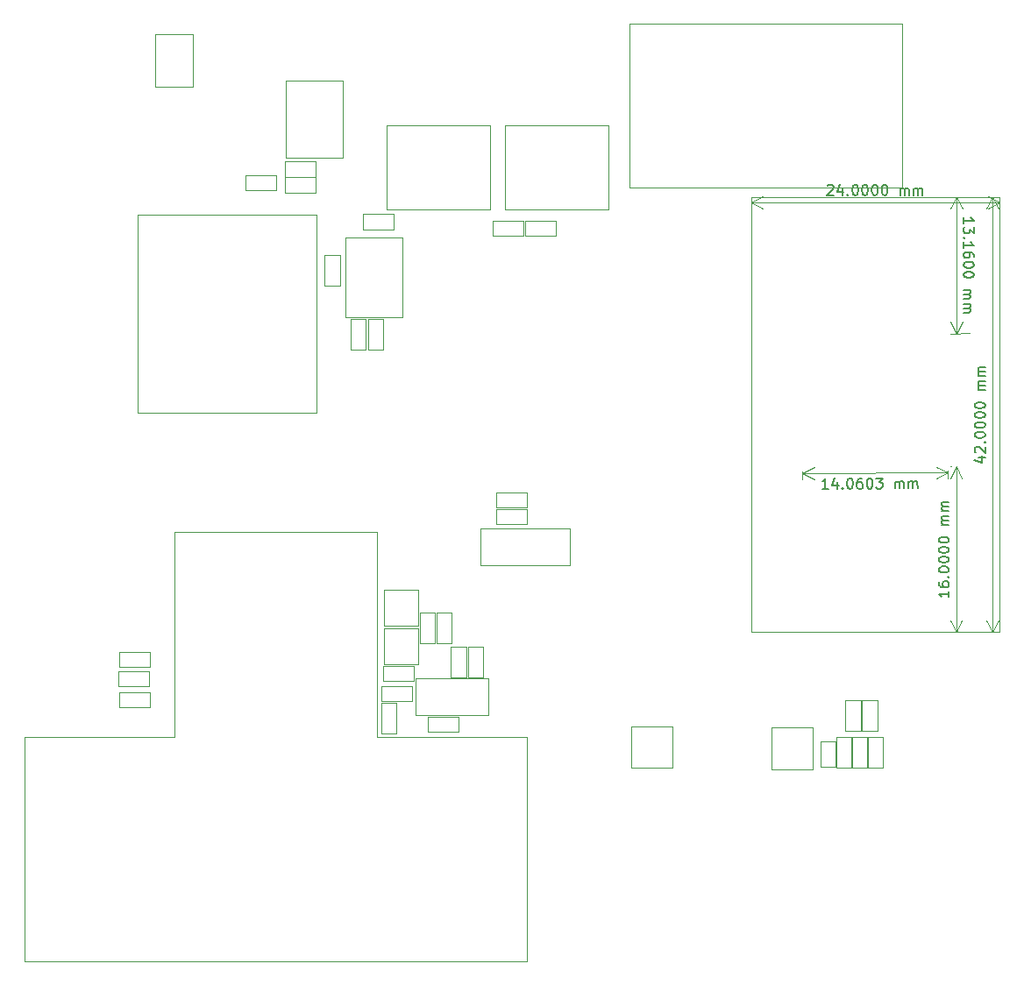
<source format=gbr>
%TF.GenerationSoftware,KiCad,Pcbnew,8.0.5*%
%TF.CreationDate,2024-10-11T13:06:57+01:00*%
%TF.ProjectId,esquema_eletronico,65737175-656d-4615-9f65-6c6574726f6e,rev?*%
%TF.SameCoordinates,Original*%
%TF.FileFunction,Other,User*%
%FSLAX46Y46*%
G04 Gerber Fmt 4.6, Leading zero omitted, Abs format (unit mm)*
G04 Created by KiCad (PCBNEW 8.0.5) date 2024-10-11 13:06:57*
%MOMM*%
%LPD*%
G01*
G04 APERTURE LIST*
%ADD10C,0.150000*%
%ADD11C,0.050000*%
%ADD12C,0.100000*%
G04 APERTURE END LIST*
D10*
X148940953Y-83380057D02*
X148988572Y-83332438D01*
X148988572Y-83332438D02*
X149083810Y-83284819D01*
X149083810Y-83284819D02*
X149321905Y-83284819D01*
X149321905Y-83284819D02*
X149417143Y-83332438D01*
X149417143Y-83332438D02*
X149464762Y-83380057D01*
X149464762Y-83380057D02*
X149512381Y-83475295D01*
X149512381Y-83475295D02*
X149512381Y-83570533D01*
X149512381Y-83570533D02*
X149464762Y-83713390D01*
X149464762Y-83713390D02*
X148893334Y-84284819D01*
X148893334Y-84284819D02*
X149512381Y-84284819D01*
X150369524Y-83618152D02*
X150369524Y-84284819D01*
X150131429Y-83237200D02*
X149893334Y-83951485D01*
X149893334Y-83951485D02*
X150512381Y-83951485D01*
X150893334Y-84189580D02*
X150940953Y-84237200D01*
X150940953Y-84237200D02*
X150893334Y-84284819D01*
X150893334Y-84284819D02*
X150845715Y-84237200D01*
X150845715Y-84237200D02*
X150893334Y-84189580D01*
X150893334Y-84189580D02*
X150893334Y-84284819D01*
X151560000Y-83284819D02*
X151655238Y-83284819D01*
X151655238Y-83284819D02*
X151750476Y-83332438D01*
X151750476Y-83332438D02*
X151798095Y-83380057D01*
X151798095Y-83380057D02*
X151845714Y-83475295D01*
X151845714Y-83475295D02*
X151893333Y-83665771D01*
X151893333Y-83665771D02*
X151893333Y-83903866D01*
X151893333Y-83903866D02*
X151845714Y-84094342D01*
X151845714Y-84094342D02*
X151798095Y-84189580D01*
X151798095Y-84189580D02*
X151750476Y-84237200D01*
X151750476Y-84237200D02*
X151655238Y-84284819D01*
X151655238Y-84284819D02*
X151560000Y-84284819D01*
X151560000Y-84284819D02*
X151464762Y-84237200D01*
X151464762Y-84237200D02*
X151417143Y-84189580D01*
X151417143Y-84189580D02*
X151369524Y-84094342D01*
X151369524Y-84094342D02*
X151321905Y-83903866D01*
X151321905Y-83903866D02*
X151321905Y-83665771D01*
X151321905Y-83665771D02*
X151369524Y-83475295D01*
X151369524Y-83475295D02*
X151417143Y-83380057D01*
X151417143Y-83380057D02*
X151464762Y-83332438D01*
X151464762Y-83332438D02*
X151560000Y-83284819D01*
X152512381Y-83284819D02*
X152607619Y-83284819D01*
X152607619Y-83284819D02*
X152702857Y-83332438D01*
X152702857Y-83332438D02*
X152750476Y-83380057D01*
X152750476Y-83380057D02*
X152798095Y-83475295D01*
X152798095Y-83475295D02*
X152845714Y-83665771D01*
X152845714Y-83665771D02*
X152845714Y-83903866D01*
X152845714Y-83903866D02*
X152798095Y-84094342D01*
X152798095Y-84094342D02*
X152750476Y-84189580D01*
X152750476Y-84189580D02*
X152702857Y-84237200D01*
X152702857Y-84237200D02*
X152607619Y-84284819D01*
X152607619Y-84284819D02*
X152512381Y-84284819D01*
X152512381Y-84284819D02*
X152417143Y-84237200D01*
X152417143Y-84237200D02*
X152369524Y-84189580D01*
X152369524Y-84189580D02*
X152321905Y-84094342D01*
X152321905Y-84094342D02*
X152274286Y-83903866D01*
X152274286Y-83903866D02*
X152274286Y-83665771D01*
X152274286Y-83665771D02*
X152321905Y-83475295D01*
X152321905Y-83475295D02*
X152369524Y-83380057D01*
X152369524Y-83380057D02*
X152417143Y-83332438D01*
X152417143Y-83332438D02*
X152512381Y-83284819D01*
X153464762Y-83284819D02*
X153560000Y-83284819D01*
X153560000Y-83284819D02*
X153655238Y-83332438D01*
X153655238Y-83332438D02*
X153702857Y-83380057D01*
X153702857Y-83380057D02*
X153750476Y-83475295D01*
X153750476Y-83475295D02*
X153798095Y-83665771D01*
X153798095Y-83665771D02*
X153798095Y-83903866D01*
X153798095Y-83903866D02*
X153750476Y-84094342D01*
X153750476Y-84094342D02*
X153702857Y-84189580D01*
X153702857Y-84189580D02*
X153655238Y-84237200D01*
X153655238Y-84237200D02*
X153560000Y-84284819D01*
X153560000Y-84284819D02*
X153464762Y-84284819D01*
X153464762Y-84284819D02*
X153369524Y-84237200D01*
X153369524Y-84237200D02*
X153321905Y-84189580D01*
X153321905Y-84189580D02*
X153274286Y-84094342D01*
X153274286Y-84094342D02*
X153226667Y-83903866D01*
X153226667Y-83903866D02*
X153226667Y-83665771D01*
X153226667Y-83665771D02*
X153274286Y-83475295D01*
X153274286Y-83475295D02*
X153321905Y-83380057D01*
X153321905Y-83380057D02*
X153369524Y-83332438D01*
X153369524Y-83332438D02*
X153464762Y-83284819D01*
X154417143Y-83284819D02*
X154512381Y-83284819D01*
X154512381Y-83284819D02*
X154607619Y-83332438D01*
X154607619Y-83332438D02*
X154655238Y-83380057D01*
X154655238Y-83380057D02*
X154702857Y-83475295D01*
X154702857Y-83475295D02*
X154750476Y-83665771D01*
X154750476Y-83665771D02*
X154750476Y-83903866D01*
X154750476Y-83903866D02*
X154702857Y-84094342D01*
X154702857Y-84094342D02*
X154655238Y-84189580D01*
X154655238Y-84189580D02*
X154607619Y-84237200D01*
X154607619Y-84237200D02*
X154512381Y-84284819D01*
X154512381Y-84284819D02*
X154417143Y-84284819D01*
X154417143Y-84284819D02*
X154321905Y-84237200D01*
X154321905Y-84237200D02*
X154274286Y-84189580D01*
X154274286Y-84189580D02*
X154226667Y-84094342D01*
X154226667Y-84094342D02*
X154179048Y-83903866D01*
X154179048Y-83903866D02*
X154179048Y-83665771D01*
X154179048Y-83665771D02*
X154226667Y-83475295D01*
X154226667Y-83475295D02*
X154274286Y-83380057D01*
X154274286Y-83380057D02*
X154321905Y-83332438D01*
X154321905Y-83332438D02*
X154417143Y-83284819D01*
X155940953Y-84284819D02*
X155940953Y-83618152D01*
X155940953Y-83713390D02*
X155988572Y-83665771D01*
X155988572Y-83665771D02*
X156083810Y-83618152D01*
X156083810Y-83618152D02*
X156226667Y-83618152D01*
X156226667Y-83618152D02*
X156321905Y-83665771D01*
X156321905Y-83665771D02*
X156369524Y-83761009D01*
X156369524Y-83761009D02*
X156369524Y-84284819D01*
X156369524Y-83761009D02*
X156417143Y-83665771D01*
X156417143Y-83665771D02*
X156512381Y-83618152D01*
X156512381Y-83618152D02*
X156655238Y-83618152D01*
X156655238Y-83618152D02*
X156750477Y-83665771D01*
X156750477Y-83665771D02*
X156798096Y-83761009D01*
X156798096Y-83761009D02*
X156798096Y-84284819D01*
X157274286Y-84284819D02*
X157274286Y-83618152D01*
X157274286Y-83713390D02*
X157321905Y-83665771D01*
X157321905Y-83665771D02*
X157417143Y-83618152D01*
X157417143Y-83618152D02*
X157560000Y-83618152D01*
X157560000Y-83618152D02*
X157655238Y-83665771D01*
X157655238Y-83665771D02*
X157702857Y-83761009D01*
X157702857Y-83761009D02*
X157702857Y-84284819D01*
X157702857Y-83761009D02*
X157750476Y-83665771D01*
X157750476Y-83665771D02*
X157845714Y-83618152D01*
X157845714Y-83618152D02*
X157988571Y-83618152D01*
X157988571Y-83618152D02*
X158083810Y-83665771D01*
X158083810Y-83665771D02*
X158131429Y-83761009D01*
X158131429Y-83761009D02*
X158131429Y-84284819D01*
X149015375Y-112660718D02*
X148443959Y-112664376D01*
X148729667Y-112662547D02*
X148723266Y-111662567D01*
X148723266Y-111662567D02*
X148628944Y-111806031D01*
X148628944Y-111806031D02*
X148534318Y-111901877D01*
X148534318Y-111901877D02*
X148439386Y-111950105D01*
X149868233Y-111988578D02*
X149872501Y-112655231D01*
X149627705Y-111609158D02*
X149394186Y-112324953D01*
X149394186Y-112324953D02*
X150013221Y-112320991D01*
X150395690Y-112556642D02*
X150443613Y-112603956D01*
X150443613Y-112603956D02*
X150396300Y-112651879D01*
X150396300Y-112651879D02*
X150348377Y-112604565D01*
X150348377Y-112604565D02*
X150395690Y-112556642D01*
X150395690Y-112556642D02*
X150396300Y-112651879D01*
X151056551Y-111647632D02*
X151151787Y-111647022D01*
X151151787Y-111647022D02*
X151247328Y-111694031D01*
X151247328Y-111694031D02*
X151295251Y-111741344D01*
X151295251Y-111741344D02*
X151343479Y-111836275D01*
X151343479Y-111836275D02*
X151392316Y-112026443D01*
X151392316Y-112026443D02*
X151393840Y-112264533D01*
X151393840Y-112264533D02*
X151347441Y-112455310D01*
X151347441Y-112455310D02*
X151300433Y-112550851D01*
X151300433Y-112550851D02*
X151253120Y-112598774D01*
X151253120Y-112598774D02*
X151158188Y-112647002D01*
X151158188Y-112647002D02*
X151062952Y-112647611D01*
X151062952Y-112647611D02*
X150967411Y-112600603D01*
X150967411Y-112600603D02*
X150919488Y-112553290D01*
X150919488Y-112553290D02*
X150871261Y-112458358D01*
X150871261Y-112458358D02*
X150822423Y-112268191D01*
X150822423Y-112268191D02*
X150820899Y-112030100D01*
X150820899Y-112030100D02*
X150867298Y-111839323D01*
X150867298Y-111839323D02*
X150914307Y-111743782D01*
X150914307Y-111743782D02*
X150961620Y-111695859D01*
X150961620Y-111695859D02*
X151056551Y-111647632D01*
X152247003Y-111640011D02*
X152056531Y-111641231D01*
X152056531Y-111641231D02*
X151961599Y-111689458D01*
X151961599Y-111689458D02*
X151914286Y-111737381D01*
X151914286Y-111737381D02*
X151819964Y-111880845D01*
X151819964Y-111880845D02*
X151773566Y-112071622D01*
X151773566Y-112071622D02*
X151776004Y-112452567D01*
X151776004Y-112452567D02*
X151824232Y-112547498D01*
X151824232Y-112547498D02*
X151872155Y-112594811D01*
X151872155Y-112594811D02*
X151967696Y-112641820D01*
X151967696Y-112641820D02*
X152158168Y-112640601D01*
X152158168Y-112640601D02*
X152253099Y-112592373D01*
X152253099Y-112592373D02*
X152300413Y-112544450D01*
X152300413Y-112544450D02*
X152347421Y-112448909D01*
X152347421Y-112448909D02*
X152345897Y-112210819D01*
X152345897Y-112210819D02*
X152297669Y-112115887D01*
X152297669Y-112115887D02*
X152249746Y-112068574D01*
X152249746Y-112068574D02*
X152154205Y-112021566D01*
X152154205Y-112021566D02*
X151963733Y-112022785D01*
X151963733Y-112022785D02*
X151868802Y-112071013D01*
X151868802Y-112071013D02*
X151821488Y-112118935D01*
X151821488Y-112118935D02*
X151774480Y-112214476D01*
X152961274Y-111635439D02*
X153056510Y-111634830D01*
X153056510Y-111634830D02*
X153152051Y-111681838D01*
X153152051Y-111681838D02*
X153199974Y-111729151D01*
X153199974Y-111729151D02*
X153248202Y-111824083D01*
X153248202Y-111824083D02*
X153297039Y-112014250D01*
X153297039Y-112014250D02*
X153298563Y-112252341D01*
X153298563Y-112252341D02*
X153252164Y-112443118D01*
X153252164Y-112443118D02*
X153205156Y-112538659D01*
X153205156Y-112538659D02*
X153157843Y-112586582D01*
X153157843Y-112586582D02*
X153062911Y-112634809D01*
X153062911Y-112634809D02*
X152967675Y-112635419D01*
X152967675Y-112635419D02*
X152872134Y-112588410D01*
X152872134Y-112588410D02*
X152824211Y-112541097D01*
X152824211Y-112541097D02*
X152775984Y-112446166D01*
X152775984Y-112446166D02*
X152727146Y-112255998D01*
X152727146Y-112255998D02*
X152725622Y-112017908D01*
X152725622Y-112017908D02*
X152772021Y-111827131D01*
X152772021Y-111827131D02*
X152819030Y-111731590D01*
X152819030Y-111731590D02*
X152866343Y-111683667D01*
X152866343Y-111683667D02*
X152961274Y-111635439D01*
X153627927Y-111631172D02*
X154246962Y-111627209D01*
X154246962Y-111627209D02*
X153916074Y-112010288D01*
X153916074Y-112010288D02*
X154058928Y-112009373D01*
X154058928Y-112009373D02*
X154154469Y-112056382D01*
X154154469Y-112056382D02*
X154202392Y-112103695D01*
X154202392Y-112103695D02*
X154250620Y-112198626D01*
X154250620Y-112198626D02*
X154252144Y-112436717D01*
X154252144Y-112436717D02*
X154205135Y-112532258D01*
X154205135Y-112532258D02*
X154157822Y-112580181D01*
X154157822Y-112580181D02*
X154062891Y-112628408D01*
X154062891Y-112628408D02*
X153777182Y-112630237D01*
X153777182Y-112630237D02*
X153681641Y-112583229D01*
X153681641Y-112583229D02*
X153633719Y-112535915D01*
X155443815Y-112619569D02*
X155439548Y-111952916D01*
X155440158Y-112048152D02*
X155487471Y-112000229D01*
X155487471Y-112000229D02*
X155582402Y-111952001D01*
X155582402Y-111952001D02*
X155725256Y-111951087D01*
X155725256Y-111951087D02*
X155820797Y-111998095D01*
X155820797Y-111998095D02*
X155869025Y-112093027D01*
X155869025Y-112093027D02*
X155872378Y-112616825D01*
X155869025Y-112093027D02*
X155916033Y-111997486D01*
X155916033Y-111997486D02*
X156010965Y-111949258D01*
X156010965Y-111949258D02*
X156153819Y-111948344D01*
X156153819Y-111948344D02*
X156249360Y-111995352D01*
X156249360Y-111995352D02*
X156297588Y-112090283D01*
X156297588Y-112090283D02*
X156300941Y-112614082D01*
X156777121Y-112611034D02*
X156772854Y-111944381D01*
X156773463Y-112039617D02*
X156820776Y-111991694D01*
X156820776Y-111991694D02*
X156915708Y-111943467D01*
X156915708Y-111943467D02*
X157058562Y-111942552D01*
X157058562Y-111942552D02*
X157154103Y-111989561D01*
X157154103Y-111989561D02*
X157202331Y-112084492D01*
X157202331Y-112084492D02*
X157205684Y-112608291D01*
X157202331Y-112084492D02*
X157249339Y-111988951D01*
X157249339Y-111988951D02*
X157344270Y-111940723D01*
X157344270Y-111940723D02*
X157487125Y-111939809D01*
X157487125Y-111939809D02*
X157582666Y-111986817D01*
X157582666Y-111986817D02*
X157630893Y-112081749D01*
X157630893Y-112081749D02*
X157634246Y-112605547D01*
X163498152Y-109622856D02*
X164164819Y-109622856D01*
X163117200Y-109860951D02*
X163831485Y-110099046D01*
X163831485Y-110099046D02*
X163831485Y-109479999D01*
X163260057Y-109146665D02*
X163212438Y-109099046D01*
X163212438Y-109099046D02*
X163164819Y-109003808D01*
X163164819Y-109003808D02*
X163164819Y-108765713D01*
X163164819Y-108765713D02*
X163212438Y-108670475D01*
X163212438Y-108670475D02*
X163260057Y-108622856D01*
X163260057Y-108622856D02*
X163355295Y-108575237D01*
X163355295Y-108575237D02*
X163450533Y-108575237D01*
X163450533Y-108575237D02*
X163593390Y-108622856D01*
X163593390Y-108622856D02*
X164164819Y-109194284D01*
X164164819Y-109194284D02*
X164164819Y-108575237D01*
X164069580Y-108146665D02*
X164117200Y-108099046D01*
X164117200Y-108099046D02*
X164164819Y-108146665D01*
X164164819Y-108146665D02*
X164117200Y-108194284D01*
X164117200Y-108194284D02*
X164069580Y-108146665D01*
X164069580Y-108146665D02*
X164164819Y-108146665D01*
X163164819Y-107479999D02*
X163164819Y-107384761D01*
X163164819Y-107384761D02*
X163212438Y-107289523D01*
X163212438Y-107289523D02*
X163260057Y-107241904D01*
X163260057Y-107241904D02*
X163355295Y-107194285D01*
X163355295Y-107194285D02*
X163545771Y-107146666D01*
X163545771Y-107146666D02*
X163783866Y-107146666D01*
X163783866Y-107146666D02*
X163974342Y-107194285D01*
X163974342Y-107194285D02*
X164069580Y-107241904D01*
X164069580Y-107241904D02*
X164117200Y-107289523D01*
X164117200Y-107289523D02*
X164164819Y-107384761D01*
X164164819Y-107384761D02*
X164164819Y-107479999D01*
X164164819Y-107479999D02*
X164117200Y-107575237D01*
X164117200Y-107575237D02*
X164069580Y-107622856D01*
X164069580Y-107622856D02*
X163974342Y-107670475D01*
X163974342Y-107670475D02*
X163783866Y-107718094D01*
X163783866Y-107718094D02*
X163545771Y-107718094D01*
X163545771Y-107718094D02*
X163355295Y-107670475D01*
X163355295Y-107670475D02*
X163260057Y-107622856D01*
X163260057Y-107622856D02*
X163212438Y-107575237D01*
X163212438Y-107575237D02*
X163164819Y-107479999D01*
X163164819Y-106527618D02*
X163164819Y-106432380D01*
X163164819Y-106432380D02*
X163212438Y-106337142D01*
X163212438Y-106337142D02*
X163260057Y-106289523D01*
X163260057Y-106289523D02*
X163355295Y-106241904D01*
X163355295Y-106241904D02*
X163545771Y-106194285D01*
X163545771Y-106194285D02*
X163783866Y-106194285D01*
X163783866Y-106194285D02*
X163974342Y-106241904D01*
X163974342Y-106241904D02*
X164069580Y-106289523D01*
X164069580Y-106289523D02*
X164117200Y-106337142D01*
X164117200Y-106337142D02*
X164164819Y-106432380D01*
X164164819Y-106432380D02*
X164164819Y-106527618D01*
X164164819Y-106527618D02*
X164117200Y-106622856D01*
X164117200Y-106622856D02*
X164069580Y-106670475D01*
X164069580Y-106670475D02*
X163974342Y-106718094D01*
X163974342Y-106718094D02*
X163783866Y-106765713D01*
X163783866Y-106765713D02*
X163545771Y-106765713D01*
X163545771Y-106765713D02*
X163355295Y-106718094D01*
X163355295Y-106718094D02*
X163260057Y-106670475D01*
X163260057Y-106670475D02*
X163212438Y-106622856D01*
X163212438Y-106622856D02*
X163164819Y-106527618D01*
X163164819Y-105575237D02*
X163164819Y-105479999D01*
X163164819Y-105479999D02*
X163212438Y-105384761D01*
X163212438Y-105384761D02*
X163260057Y-105337142D01*
X163260057Y-105337142D02*
X163355295Y-105289523D01*
X163355295Y-105289523D02*
X163545771Y-105241904D01*
X163545771Y-105241904D02*
X163783866Y-105241904D01*
X163783866Y-105241904D02*
X163974342Y-105289523D01*
X163974342Y-105289523D02*
X164069580Y-105337142D01*
X164069580Y-105337142D02*
X164117200Y-105384761D01*
X164117200Y-105384761D02*
X164164819Y-105479999D01*
X164164819Y-105479999D02*
X164164819Y-105575237D01*
X164164819Y-105575237D02*
X164117200Y-105670475D01*
X164117200Y-105670475D02*
X164069580Y-105718094D01*
X164069580Y-105718094D02*
X163974342Y-105765713D01*
X163974342Y-105765713D02*
X163783866Y-105813332D01*
X163783866Y-105813332D02*
X163545771Y-105813332D01*
X163545771Y-105813332D02*
X163355295Y-105765713D01*
X163355295Y-105765713D02*
X163260057Y-105718094D01*
X163260057Y-105718094D02*
X163212438Y-105670475D01*
X163212438Y-105670475D02*
X163164819Y-105575237D01*
X163164819Y-104622856D02*
X163164819Y-104527618D01*
X163164819Y-104527618D02*
X163212438Y-104432380D01*
X163212438Y-104432380D02*
X163260057Y-104384761D01*
X163260057Y-104384761D02*
X163355295Y-104337142D01*
X163355295Y-104337142D02*
X163545771Y-104289523D01*
X163545771Y-104289523D02*
X163783866Y-104289523D01*
X163783866Y-104289523D02*
X163974342Y-104337142D01*
X163974342Y-104337142D02*
X164069580Y-104384761D01*
X164069580Y-104384761D02*
X164117200Y-104432380D01*
X164117200Y-104432380D02*
X164164819Y-104527618D01*
X164164819Y-104527618D02*
X164164819Y-104622856D01*
X164164819Y-104622856D02*
X164117200Y-104718094D01*
X164117200Y-104718094D02*
X164069580Y-104765713D01*
X164069580Y-104765713D02*
X163974342Y-104813332D01*
X163974342Y-104813332D02*
X163783866Y-104860951D01*
X163783866Y-104860951D02*
X163545771Y-104860951D01*
X163545771Y-104860951D02*
X163355295Y-104813332D01*
X163355295Y-104813332D02*
X163260057Y-104765713D01*
X163260057Y-104765713D02*
X163212438Y-104718094D01*
X163212438Y-104718094D02*
X163164819Y-104622856D01*
X164164819Y-103099046D02*
X163498152Y-103099046D01*
X163593390Y-103099046D02*
X163545771Y-103051427D01*
X163545771Y-103051427D02*
X163498152Y-102956189D01*
X163498152Y-102956189D02*
X163498152Y-102813332D01*
X163498152Y-102813332D02*
X163545771Y-102718094D01*
X163545771Y-102718094D02*
X163641009Y-102670475D01*
X163641009Y-102670475D02*
X164164819Y-102670475D01*
X163641009Y-102670475D02*
X163545771Y-102622856D01*
X163545771Y-102622856D02*
X163498152Y-102527618D01*
X163498152Y-102527618D02*
X163498152Y-102384761D01*
X163498152Y-102384761D02*
X163545771Y-102289522D01*
X163545771Y-102289522D02*
X163641009Y-102241903D01*
X163641009Y-102241903D02*
X164164819Y-102241903D01*
X164164819Y-101765713D02*
X163498152Y-101765713D01*
X163593390Y-101765713D02*
X163545771Y-101718094D01*
X163545771Y-101718094D02*
X163498152Y-101622856D01*
X163498152Y-101622856D02*
X163498152Y-101479999D01*
X163498152Y-101479999D02*
X163545771Y-101384761D01*
X163545771Y-101384761D02*
X163641009Y-101337142D01*
X163641009Y-101337142D02*
X164164819Y-101337142D01*
X163641009Y-101337142D02*
X163545771Y-101289523D01*
X163545771Y-101289523D02*
X163498152Y-101194285D01*
X163498152Y-101194285D02*
X163498152Y-101051428D01*
X163498152Y-101051428D02*
X163545771Y-100956189D01*
X163545771Y-100956189D02*
X163641009Y-100908570D01*
X163641009Y-100908570D02*
X164164819Y-100908570D01*
X160667011Y-122539741D02*
X160667011Y-123111169D01*
X160667011Y-122825455D02*
X159667011Y-122825455D01*
X159667011Y-122825455D02*
X159809868Y-122920693D01*
X159809868Y-122920693D02*
X159905106Y-123015931D01*
X159905106Y-123015931D02*
X159952725Y-123111169D01*
X159667011Y-121682598D02*
X159667011Y-121873074D01*
X159667011Y-121873074D02*
X159714630Y-121968312D01*
X159714630Y-121968312D02*
X159762249Y-122015931D01*
X159762249Y-122015931D02*
X159905106Y-122111169D01*
X159905106Y-122111169D02*
X160095582Y-122158788D01*
X160095582Y-122158788D02*
X160476534Y-122158788D01*
X160476534Y-122158788D02*
X160571772Y-122111169D01*
X160571772Y-122111169D02*
X160619392Y-122063550D01*
X160619392Y-122063550D02*
X160667011Y-121968312D01*
X160667011Y-121968312D02*
X160667011Y-121777836D01*
X160667011Y-121777836D02*
X160619392Y-121682598D01*
X160619392Y-121682598D02*
X160571772Y-121634979D01*
X160571772Y-121634979D02*
X160476534Y-121587360D01*
X160476534Y-121587360D02*
X160238439Y-121587360D01*
X160238439Y-121587360D02*
X160143201Y-121634979D01*
X160143201Y-121634979D02*
X160095582Y-121682598D01*
X160095582Y-121682598D02*
X160047963Y-121777836D01*
X160047963Y-121777836D02*
X160047963Y-121968312D01*
X160047963Y-121968312D02*
X160095582Y-122063550D01*
X160095582Y-122063550D02*
X160143201Y-122111169D01*
X160143201Y-122111169D02*
X160238439Y-122158788D01*
X160571772Y-121158788D02*
X160619392Y-121111169D01*
X160619392Y-121111169D02*
X160667011Y-121158788D01*
X160667011Y-121158788D02*
X160619392Y-121206407D01*
X160619392Y-121206407D02*
X160571772Y-121158788D01*
X160571772Y-121158788D02*
X160667011Y-121158788D01*
X159667011Y-120492122D02*
X159667011Y-120396884D01*
X159667011Y-120396884D02*
X159714630Y-120301646D01*
X159714630Y-120301646D02*
X159762249Y-120254027D01*
X159762249Y-120254027D02*
X159857487Y-120206408D01*
X159857487Y-120206408D02*
X160047963Y-120158789D01*
X160047963Y-120158789D02*
X160286058Y-120158789D01*
X160286058Y-120158789D02*
X160476534Y-120206408D01*
X160476534Y-120206408D02*
X160571772Y-120254027D01*
X160571772Y-120254027D02*
X160619392Y-120301646D01*
X160619392Y-120301646D02*
X160667011Y-120396884D01*
X160667011Y-120396884D02*
X160667011Y-120492122D01*
X160667011Y-120492122D02*
X160619392Y-120587360D01*
X160619392Y-120587360D02*
X160571772Y-120634979D01*
X160571772Y-120634979D02*
X160476534Y-120682598D01*
X160476534Y-120682598D02*
X160286058Y-120730217D01*
X160286058Y-120730217D02*
X160047963Y-120730217D01*
X160047963Y-120730217D02*
X159857487Y-120682598D01*
X159857487Y-120682598D02*
X159762249Y-120634979D01*
X159762249Y-120634979D02*
X159714630Y-120587360D01*
X159714630Y-120587360D02*
X159667011Y-120492122D01*
X159667011Y-119539741D02*
X159667011Y-119444503D01*
X159667011Y-119444503D02*
X159714630Y-119349265D01*
X159714630Y-119349265D02*
X159762249Y-119301646D01*
X159762249Y-119301646D02*
X159857487Y-119254027D01*
X159857487Y-119254027D02*
X160047963Y-119206408D01*
X160047963Y-119206408D02*
X160286058Y-119206408D01*
X160286058Y-119206408D02*
X160476534Y-119254027D01*
X160476534Y-119254027D02*
X160571772Y-119301646D01*
X160571772Y-119301646D02*
X160619392Y-119349265D01*
X160619392Y-119349265D02*
X160667011Y-119444503D01*
X160667011Y-119444503D02*
X160667011Y-119539741D01*
X160667011Y-119539741D02*
X160619392Y-119634979D01*
X160619392Y-119634979D02*
X160571772Y-119682598D01*
X160571772Y-119682598D02*
X160476534Y-119730217D01*
X160476534Y-119730217D02*
X160286058Y-119777836D01*
X160286058Y-119777836D02*
X160047963Y-119777836D01*
X160047963Y-119777836D02*
X159857487Y-119730217D01*
X159857487Y-119730217D02*
X159762249Y-119682598D01*
X159762249Y-119682598D02*
X159714630Y-119634979D01*
X159714630Y-119634979D02*
X159667011Y-119539741D01*
X159667011Y-118587360D02*
X159667011Y-118492122D01*
X159667011Y-118492122D02*
X159714630Y-118396884D01*
X159714630Y-118396884D02*
X159762249Y-118349265D01*
X159762249Y-118349265D02*
X159857487Y-118301646D01*
X159857487Y-118301646D02*
X160047963Y-118254027D01*
X160047963Y-118254027D02*
X160286058Y-118254027D01*
X160286058Y-118254027D02*
X160476534Y-118301646D01*
X160476534Y-118301646D02*
X160571772Y-118349265D01*
X160571772Y-118349265D02*
X160619392Y-118396884D01*
X160619392Y-118396884D02*
X160667011Y-118492122D01*
X160667011Y-118492122D02*
X160667011Y-118587360D01*
X160667011Y-118587360D02*
X160619392Y-118682598D01*
X160619392Y-118682598D02*
X160571772Y-118730217D01*
X160571772Y-118730217D02*
X160476534Y-118777836D01*
X160476534Y-118777836D02*
X160286058Y-118825455D01*
X160286058Y-118825455D02*
X160047963Y-118825455D01*
X160047963Y-118825455D02*
X159857487Y-118777836D01*
X159857487Y-118777836D02*
X159762249Y-118730217D01*
X159762249Y-118730217D02*
X159714630Y-118682598D01*
X159714630Y-118682598D02*
X159667011Y-118587360D01*
X159667011Y-117634979D02*
X159667011Y-117539741D01*
X159667011Y-117539741D02*
X159714630Y-117444503D01*
X159714630Y-117444503D02*
X159762249Y-117396884D01*
X159762249Y-117396884D02*
X159857487Y-117349265D01*
X159857487Y-117349265D02*
X160047963Y-117301646D01*
X160047963Y-117301646D02*
X160286058Y-117301646D01*
X160286058Y-117301646D02*
X160476534Y-117349265D01*
X160476534Y-117349265D02*
X160571772Y-117396884D01*
X160571772Y-117396884D02*
X160619392Y-117444503D01*
X160619392Y-117444503D02*
X160667011Y-117539741D01*
X160667011Y-117539741D02*
X160667011Y-117634979D01*
X160667011Y-117634979D02*
X160619392Y-117730217D01*
X160619392Y-117730217D02*
X160571772Y-117777836D01*
X160571772Y-117777836D02*
X160476534Y-117825455D01*
X160476534Y-117825455D02*
X160286058Y-117873074D01*
X160286058Y-117873074D02*
X160047963Y-117873074D01*
X160047963Y-117873074D02*
X159857487Y-117825455D01*
X159857487Y-117825455D02*
X159762249Y-117777836D01*
X159762249Y-117777836D02*
X159714630Y-117730217D01*
X159714630Y-117730217D02*
X159667011Y-117634979D01*
X160667011Y-116111169D02*
X160000344Y-116111169D01*
X160095582Y-116111169D02*
X160047963Y-116063550D01*
X160047963Y-116063550D02*
X160000344Y-115968312D01*
X160000344Y-115968312D02*
X160000344Y-115825455D01*
X160000344Y-115825455D02*
X160047963Y-115730217D01*
X160047963Y-115730217D02*
X160143201Y-115682598D01*
X160143201Y-115682598D02*
X160667011Y-115682598D01*
X160143201Y-115682598D02*
X160047963Y-115634979D01*
X160047963Y-115634979D02*
X160000344Y-115539741D01*
X160000344Y-115539741D02*
X160000344Y-115396884D01*
X160000344Y-115396884D02*
X160047963Y-115301645D01*
X160047963Y-115301645D02*
X160143201Y-115254026D01*
X160143201Y-115254026D02*
X160667011Y-115254026D01*
X160667011Y-114777836D02*
X160000344Y-114777836D01*
X160095582Y-114777836D02*
X160047963Y-114730217D01*
X160047963Y-114730217D02*
X160000344Y-114634979D01*
X160000344Y-114634979D02*
X160000344Y-114492122D01*
X160000344Y-114492122D02*
X160047963Y-114396884D01*
X160047963Y-114396884D02*
X160143201Y-114349265D01*
X160143201Y-114349265D02*
X160667011Y-114349265D01*
X160143201Y-114349265D02*
X160047963Y-114301646D01*
X160047963Y-114301646D02*
X160000344Y-114206408D01*
X160000344Y-114206408D02*
X160000344Y-114063551D01*
X160000344Y-114063551D02*
X160047963Y-113968312D01*
X160047963Y-113968312D02*
X160143201Y-113920693D01*
X160143201Y-113920693D02*
X160667011Y-113920693D01*
X162072729Y-87014044D02*
X162071860Y-86442616D01*
X162072294Y-86728330D02*
X163072293Y-86726810D01*
X163072293Y-86726810D02*
X162929292Y-86631790D01*
X162929292Y-86631790D02*
X162833909Y-86536696D01*
X162833909Y-86536696D02*
X162786145Y-86441531D01*
X163073234Y-87345857D02*
X163074175Y-87964904D01*
X163074175Y-87964904D02*
X162692716Y-87632150D01*
X162692716Y-87632150D02*
X162692933Y-87775007D01*
X162692933Y-87775007D02*
X162645459Y-87870318D01*
X162645459Y-87870318D02*
X162597913Y-87918009D01*
X162597913Y-87918009D02*
X162502747Y-87965773D01*
X162502747Y-87965773D02*
X162264652Y-87966135D01*
X162264652Y-87966135D02*
X162169342Y-87918660D01*
X162169342Y-87918660D02*
X162121650Y-87871114D01*
X162121650Y-87871114D02*
X162073886Y-87775948D01*
X162073886Y-87775948D02*
X162073452Y-87490234D01*
X162073452Y-87490234D02*
X162120927Y-87394924D01*
X162120927Y-87394924D02*
X162168473Y-87347232D01*
X162170065Y-88394850D02*
X162122519Y-88442542D01*
X162122519Y-88442542D02*
X162074827Y-88394995D01*
X162074827Y-88394995D02*
X162122374Y-88347304D01*
X162122374Y-88347304D02*
X162170065Y-88394850D01*
X162170065Y-88394850D02*
X162074827Y-88394995D01*
X162076347Y-89394993D02*
X162075479Y-88823565D01*
X162075913Y-89109279D02*
X163075912Y-89107760D01*
X163075912Y-89107760D02*
X162932910Y-89012739D01*
X162932910Y-89012739D02*
X162837527Y-88917646D01*
X162837527Y-88917646D02*
X162789764Y-88822480D01*
X163077649Y-90250616D02*
X163077359Y-90060140D01*
X163077359Y-90060140D02*
X163029595Y-89964974D01*
X163029595Y-89964974D02*
X162981904Y-89917427D01*
X162981904Y-89917427D02*
X162838902Y-89822406D01*
X162838902Y-89822406D02*
X162648354Y-89775077D01*
X162648354Y-89775077D02*
X162267402Y-89775656D01*
X162267402Y-89775656D02*
X162172236Y-89823420D01*
X162172236Y-89823420D02*
X162124690Y-89871111D01*
X162124690Y-89871111D02*
X162077215Y-89966421D01*
X162077215Y-89966421D02*
X162077505Y-90156897D01*
X162077505Y-90156897D02*
X162125269Y-90252063D01*
X162125269Y-90252063D02*
X162172960Y-90299610D01*
X162172960Y-90299610D02*
X162268270Y-90347084D01*
X162268270Y-90347084D02*
X162506365Y-90346722D01*
X162506365Y-90346722D02*
X162601531Y-90298958D01*
X162601531Y-90298958D02*
X162649078Y-90251267D01*
X162649078Y-90251267D02*
X162696552Y-90155957D01*
X162696552Y-90155957D02*
X162696262Y-89965481D01*
X162696262Y-89965481D02*
X162648499Y-89870315D01*
X162648499Y-89870315D02*
X162600807Y-89822768D01*
X162600807Y-89822768D02*
X162505497Y-89775294D01*
X163078734Y-90964900D02*
X163078879Y-91060138D01*
X163078879Y-91060138D02*
X163031405Y-91155449D01*
X163031405Y-91155449D02*
X162983858Y-91203140D01*
X162983858Y-91203140D02*
X162888692Y-91250904D01*
X162888692Y-91250904D02*
X162698289Y-91298812D01*
X162698289Y-91298812D02*
X162460194Y-91299174D01*
X162460194Y-91299174D02*
X162269645Y-91251845D01*
X162269645Y-91251845D02*
X162174335Y-91204370D01*
X162174335Y-91204370D02*
X162126644Y-91156824D01*
X162126644Y-91156824D02*
X162078880Y-91061658D01*
X162078880Y-91061658D02*
X162078735Y-90966420D01*
X162078735Y-90966420D02*
X162126209Y-90871110D01*
X162126209Y-90871110D02*
X162173756Y-90823419D01*
X162173756Y-90823419D02*
X162268922Y-90775655D01*
X162268922Y-90775655D02*
X162459325Y-90727746D01*
X162459325Y-90727746D02*
X162697420Y-90727384D01*
X162697420Y-90727384D02*
X162887969Y-90774714D01*
X162887969Y-90774714D02*
X162983279Y-90822188D01*
X162983279Y-90822188D02*
X163030970Y-90869735D01*
X163030970Y-90869735D02*
X163078734Y-90964900D01*
X163080181Y-91917280D02*
X163080326Y-92012518D01*
X163080326Y-92012518D02*
X163032852Y-92107829D01*
X163032852Y-92107829D02*
X162985305Y-92155520D01*
X162985305Y-92155520D02*
X162890140Y-92203284D01*
X162890140Y-92203284D02*
X162699736Y-92251192D01*
X162699736Y-92251192D02*
X162461641Y-92251554D01*
X162461641Y-92251554D02*
X162271093Y-92204225D01*
X162271093Y-92204225D02*
X162175782Y-92156750D01*
X162175782Y-92156750D02*
X162128091Y-92109204D01*
X162128091Y-92109204D02*
X162080327Y-92014038D01*
X162080327Y-92014038D02*
X162080183Y-91918800D01*
X162080183Y-91918800D02*
X162127657Y-91823490D01*
X162127657Y-91823490D02*
X162175204Y-91775798D01*
X162175204Y-91775798D02*
X162270369Y-91728035D01*
X162270369Y-91728035D02*
X162460773Y-91680126D01*
X162460773Y-91680126D02*
X162698868Y-91679764D01*
X162698868Y-91679764D02*
X162889416Y-91727094D01*
X162889416Y-91727094D02*
X162984726Y-91774568D01*
X162984726Y-91774568D02*
X163032418Y-91822115D01*
X163032418Y-91822115D02*
X163080181Y-91917280D01*
X162082498Y-93442608D02*
X162749164Y-93441595D01*
X162653926Y-93441740D02*
X162701618Y-93489286D01*
X162701618Y-93489286D02*
X162749381Y-93584452D01*
X162749381Y-93584452D02*
X162749599Y-93727309D01*
X162749599Y-93727309D02*
X162702124Y-93822619D01*
X162702124Y-93822619D02*
X162606959Y-93870383D01*
X162606959Y-93870383D02*
X162083150Y-93871179D01*
X162606959Y-93870383D02*
X162702269Y-93917857D01*
X162702269Y-93917857D02*
X162750033Y-94013023D01*
X162750033Y-94013023D02*
X162750250Y-94155880D01*
X162750250Y-94155880D02*
X162702776Y-94251190D01*
X162702776Y-94251190D02*
X162607610Y-94298954D01*
X162607610Y-94298954D02*
X162083801Y-94299750D01*
X162084525Y-94775940D02*
X162751191Y-94774926D01*
X162655953Y-94775071D02*
X162703644Y-94822618D01*
X162703644Y-94822618D02*
X162751408Y-94917783D01*
X162751408Y-94917783D02*
X162751625Y-95060640D01*
X162751625Y-95060640D02*
X162704151Y-95155951D01*
X162704151Y-95155951D02*
X162608985Y-95203715D01*
X162608985Y-95203715D02*
X162085176Y-95204511D01*
X162608985Y-95203715D02*
X162704295Y-95251189D01*
X162704295Y-95251189D02*
X162752059Y-95346354D01*
X162752059Y-95346354D02*
X162752276Y-95489211D01*
X162752276Y-95489211D02*
X162704802Y-95584522D01*
X162704802Y-95584522D02*
X162609636Y-95632285D01*
X162609636Y-95632285D02*
X162085827Y-95633082D01*
D11*
%TO.C,C35*%
X105820000Y-133310000D02*
X107280000Y-133310000D01*
X105820000Y-136270000D02*
X105820000Y-133310000D01*
X107280000Y-133310000D02*
X107280000Y-136270000D01*
X107280000Y-136270000D02*
X105820000Y-136270000D01*
%TO.C,TP2*%
X129975000Y-139600000D02*
X129975000Y-135600000D01*
X129975000Y-139600000D02*
X133975000Y-139600000D01*
X133975000Y-135600000D02*
X129975000Y-135600000D01*
X133975000Y-135600000D02*
X133975000Y-139600000D01*
%TO.C,C32*%
X116590000Y-86780000D02*
X119550000Y-86780000D01*
X116590000Y-88240000D02*
X116590000Y-86780000D01*
X119550000Y-86780000D02*
X119550000Y-88240000D01*
X119550000Y-88240000D02*
X116590000Y-88240000D01*
%TO.C,C7*%
X80470000Y-130270000D02*
X83430000Y-130270000D01*
X80470000Y-131730000D02*
X80470000Y-130270000D01*
X83430000Y-130270000D02*
X83430000Y-131730000D01*
X83430000Y-131730000D02*
X80470000Y-131730000D01*
%TO.C,C34*%
X112570000Y-127920000D02*
X114030000Y-127920000D01*
X112570000Y-130880000D02*
X112570000Y-127920000D01*
X114030000Y-127920000D02*
X114030000Y-130880000D01*
X114030000Y-130880000D02*
X112570000Y-130880000D01*
%TO.C,R10*%
X149770000Y-136595000D02*
X151230000Y-136595000D01*
X149770000Y-139555000D02*
X149770000Y-136595000D01*
X151230000Y-136595000D02*
X151230000Y-139555000D01*
X151230000Y-139555000D02*
X149770000Y-139555000D01*
%TO.C,TP1*%
X143500000Y-135725000D02*
X143500000Y-139725000D01*
X143500000Y-135725000D02*
X147500000Y-135725000D01*
X147500000Y-139725000D02*
X143500000Y-139725000D01*
X147500000Y-139725000D02*
X147500000Y-135725000D01*
%TO.C,R3*%
X111170000Y-124632500D02*
X112630000Y-124632500D01*
X111170000Y-127592500D02*
X111170000Y-124632500D01*
X112630000Y-124632500D02*
X112630000Y-127592500D01*
X112630000Y-127592500D02*
X111170000Y-127592500D01*
%TO.C,Q2*%
X106115000Y-122437500D02*
X106115000Y-125837500D01*
X106115000Y-125837500D02*
X109435000Y-125837500D01*
X109435000Y-122437500D02*
X106115000Y-122437500D01*
X109435000Y-125837500D02*
X109435000Y-122437500D01*
%TO.C,U9*%
X141560000Y-126480000D02*
X165560000Y-126480000D01*
X165560000Y-84480000D01*
X141560000Y-84480000D01*
X141560000Y-126480000D01*
D10*
X148940953Y-83380057D02*
X148988572Y-83332438D01*
X148988572Y-83332438D02*
X149083810Y-83284819D01*
X149083810Y-83284819D02*
X149321905Y-83284819D01*
X149321905Y-83284819D02*
X149417143Y-83332438D01*
X149417143Y-83332438D02*
X149464762Y-83380057D01*
X149464762Y-83380057D02*
X149512381Y-83475295D01*
X149512381Y-83475295D02*
X149512381Y-83570533D01*
X149512381Y-83570533D02*
X149464762Y-83713390D01*
X149464762Y-83713390D02*
X148893334Y-84284819D01*
X148893334Y-84284819D02*
X149512381Y-84284819D01*
X150369524Y-83618152D02*
X150369524Y-84284819D01*
X150131429Y-83237200D02*
X149893334Y-83951485D01*
X149893334Y-83951485D02*
X150512381Y-83951485D01*
X150893334Y-84189580D02*
X150940953Y-84237200D01*
X150940953Y-84237200D02*
X150893334Y-84284819D01*
X150893334Y-84284819D02*
X150845715Y-84237200D01*
X150845715Y-84237200D02*
X150893334Y-84189580D01*
X150893334Y-84189580D02*
X150893334Y-84284819D01*
X151560000Y-83284819D02*
X151655238Y-83284819D01*
X151655238Y-83284819D02*
X151750476Y-83332438D01*
X151750476Y-83332438D02*
X151798095Y-83380057D01*
X151798095Y-83380057D02*
X151845714Y-83475295D01*
X151845714Y-83475295D02*
X151893333Y-83665771D01*
X151893333Y-83665771D02*
X151893333Y-83903866D01*
X151893333Y-83903866D02*
X151845714Y-84094342D01*
X151845714Y-84094342D02*
X151798095Y-84189580D01*
X151798095Y-84189580D02*
X151750476Y-84237200D01*
X151750476Y-84237200D02*
X151655238Y-84284819D01*
X151655238Y-84284819D02*
X151560000Y-84284819D01*
X151560000Y-84284819D02*
X151464762Y-84237200D01*
X151464762Y-84237200D02*
X151417143Y-84189580D01*
X151417143Y-84189580D02*
X151369524Y-84094342D01*
X151369524Y-84094342D02*
X151321905Y-83903866D01*
X151321905Y-83903866D02*
X151321905Y-83665771D01*
X151321905Y-83665771D02*
X151369524Y-83475295D01*
X151369524Y-83475295D02*
X151417143Y-83380057D01*
X151417143Y-83380057D02*
X151464762Y-83332438D01*
X151464762Y-83332438D02*
X151560000Y-83284819D01*
X152512381Y-83284819D02*
X152607619Y-83284819D01*
X152607619Y-83284819D02*
X152702857Y-83332438D01*
X152702857Y-83332438D02*
X152750476Y-83380057D01*
X152750476Y-83380057D02*
X152798095Y-83475295D01*
X152798095Y-83475295D02*
X152845714Y-83665771D01*
X152845714Y-83665771D02*
X152845714Y-83903866D01*
X152845714Y-83903866D02*
X152798095Y-84094342D01*
X152798095Y-84094342D02*
X152750476Y-84189580D01*
X152750476Y-84189580D02*
X152702857Y-84237200D01*
X152702857Y-84237200D02*
X152607619Y-84284819D01*
X152607619Y-84284819D02*
X152512381Y-84284819D01*
X152512381Y-84284819D02*
X152417143Y-84237200D01*
X152417143Y-84237200D02*
X152369524Y-84189580D01*
X152369524Y-84189580D02*
X152321905Y-84094342D01*
X152321905Y-84094342D02*
X152274286Y-83903866D01*
X152274286Y-83903866D02*
X152274286Y-83665771D01*
X152274286Y-83665771D02*
X152321905Y-83475295D01*
X152321905Y-83475295D02*
X152369524Y-83380057D01*
X152369524Y-83380057D02*
X152417143Y-83332438D01*
X152417143Y-83332438D02*
X152512381Y-83284819D01*
X153464762Y-83284819D02*
X153560000Y-83284819D01*
X153560000Y-83284819D02*
X153655238Y-83332438D01*
X153655238Y-83332438D02*
X153702857Y-83380057D01*
X153702857Y-83380057D02*
X153750476Y-83475295D01*
X153750476Y-83475295D02*
X153798095Y-83665771D01*
X153798095Y-83665771D02*
X153798095Y-83903866D01*
X153798095Y-83903866D02*
X153750476Y-84094342D01*
X153750476Y-84094342D02*
X153702857Y-84189580D01*
X153702857Y-84189580D02*
X153655238Y-84237200D01*
X153655238Y-84237200D02*
X153560000Y-84284819D01*
X153560000Y-84284819D02*
X153464762Y-84284819D01*
X153464762Y-84284819D02*
X153369524Y-84237200D01*
X153369524Y-84237200D02*
X153321905Y-84189580D01*
X153321905Y-84189580D02*
X153274286Y-84094342D01*
X153274286Y-84094342D02*
X153226667Y-83903866D01*
X153226667Y-83903866D02*
X153226667Y-83665771D01*
X153226667Y-83665771D02*
X153274286Y-83475295D01*
X153274286Y-83475295D02*
X153321905Y-83380057D01*
X153321905Y-83380057D02*
X153369524Y-83332438D01*
X153369524Y-83332438D02*
X153464762Y-83284819D01*
X154417143Y-83284819D02*
X154512381Y-83284819D01*
X154512381Y-83284819D02*
X154607619Y-83332438D01*
X154607619Y-83332438D02*
X154655238Y-83380057D01*
X154655238Y-83380057D02*
X154702857Y-83475295D01*
X154702857Y-83475295D02*
X154750476Y-83665771D01*
X154750476Y-83665771D02*
X154750476Y-83903866D01*
X154750476Y-83903866D02*
X154702857Y-84094342D01*
X154702857Y-84094342D02*
X154655238Y-84189580D01*
X154655238Y-84189580D02*
X154607619Y-84237200D01*
X154607619Y-84237200D02*
X154512381Y-84284819D01*
X154512381Y-84284819D02*
X154417143Y-84284819D01*
X154417143Y-84284819D02*
X154321905Y-84237200D01*
X154321905Y-84237200D02*
X154274286Y-84189580D01*
X154274286Y-84189580D02*
X154226667Y-84094342D01*
X154226667Y-84094342D02*
X154179048Y-83903866D01*
X154179048Y-83903866D02*
X154179048Y-83665771D01*
X154179048Y-83665771D02*
X154226667Y-83475295D01*
X154226667Y-83475295D02*
X154274286Y-83380057D01*
X154274286Y-83380057D02*
X154321905Y-83332438D01*
X154321905Y-83332438D02*
X154417143Y-83284819D01*
X155940953Y-84284819D02*
X155940953Y-83618152D01*
X155940953Y-83713390D02*
X155988572Y-83665771D01*
X155988572Y-83665771D02*
X156083810Y-83618152D01*
X156083810Y-83618152D02*
X156226667Y-83618152D01*
X156226667Y-83618152D02*
X156321905Y-83665771D01*
X156321905Y-83665771D02*
X156369524Y-83761009D01*
X156369524Y-83761009D02*
X156369524Y-84284819D01*
X156369524Y-83761009D02*
X156417143Y-83665771D01*
X156417143Y-83665771D02*
X156512381Y-83618152D01*
X156512381Y-83618152D02*
X156655238Y-83618152D01*
X156655238Y-83618152D02*
X156750477Y-83665771D01*
X156750477Y-83665771D02*
X156798096Y-83761009D01*
X156798096Y-83761009D02*
X156798096Y-84284819D01*
X157274286Y-84284819D02*
X157274286Y-83618152D01*
X157274286Y-83713390D02*
X157321905Y-83665771D01*
X157321905Y-83665771D02*
X157417143Y-83618152D01*
X157417143Y-83618152D02*
X157560000Y-83618152D01*
X157560000Y-83618152D02*
X157655238Y-83665771D01*
X157655238Y-83665771D02*
X157702857Y-83761009D01*
X157702857Y-83761009D02*
X157702857Y-84284819D01*
X157702857Y-83761009D02*
X157750476Y-83665771D01*
X157750476Y-83665771D02*
X157845714Y-83618152D01*
X157845714Y-83618152D02*
X157988571Y-83618152D01*
X157988571Y-83618152D02*
X158083810Y-83665771D01*
X158083810Y-83665771D02*
X158131429Y-83761009D01*
X158131429Y-83761009D02*
X158131429Y-84284819D01*
D11*
X141560000Y-84980000D02*
X141560000Y-85566420D01*
X165560000Y-84980000D02*
X165560000Y-85566420D01*
X141560000Y-84980000D02*
X165560000Y-84980000D01*
X141560000Y-84980000D02*
X165560000Y-84980000D01*
X141560000Y-84980000D02*
X142686504Y-84393579D01*
X141560000Y-84980000D02*
X142686504Y-85566421D01*
X165560000Y-84980000D02*
X164433496Y-85566421D01*
X165560000Y-84980000D02*
X164433496Y-84393579D01*
D10*
X149015375Y-112660718D02*
X148443959Y-112664376D01*
X148729667Y-112662547D02*
X148723266Y-111662567D01*
X148723266Y-111662567D02*
X148628944Y-111806031D01*
X148628944Y-111806031D02*
X148534318Y-111901877D01*
X148534318Y-111901877D02*
X148439386Y-111950105D01*
X149868233Y-111988578D02*
X149872501Y-112655231D01*
X149627705Y-111609158D02*
X149394186Y-112324953D01*
X149394186Y-112324953D02*
X150013221Y-112320991D01*
X150395690Y-112556642D02*
X150443613Y-112603956D01*
X150443613Y-112603956D02*
X150396300Y-112651879D01*
X150396300Y-112651879D02*
X150348377Y-112604565D01*
X150348377Y-112604565D02*
X150395690Y-112556642D01*
X150395690Y-112556642D02*
X150396300Y-112651879D01*
X151056551Y-111647632D02*
X151151787Y-111647022D01*
X151151787Y-111647022D02*
X151247328Y-111694031D01*
X151247328Y-111694031D02*
X151295251Y-111741344D01*
X151295251Y-111741344D02*
X151343479Y-111836275D01*
X151343479Y-111836275D02*
X151392316Y-112026443D01*
X151392316Y-112026443D02*
X151393840Y-112264533D01*
X151393840Y-112264533D02*
X151347441Y-112455310D01*
X151347441Y-112455310D02*
X151300433Y-112550851D01*
X151300433Y-112550851D02*
X151253120Y-112598774D01*
X151253120Y-112598774D02*
X151158188Y-112647002D01*
X151158188Y-112647002D02*
X151062952Y-112647611D01*
X151062952Y-112647611D02*
X150967411Y-112600603D01*
X150967411Y-112600603D02*
X150919488Y-112553290D01*
X150919488Y-112553290D02*
X150871261Y-112458358D01*
X150871261Y-112458358D02*
X150822423Y-112268191D01*
X150822423Y-112268191D02*
X150820899Y-112030100D01*
X150820899Y-112030100D02*
X150867298Y-111839323D01*
X150867298Y-111839323D02*
X150914307Y-111743782D01*
X150914307Y-111743782D02*
X150961620Y-111695859D01*
X150961620Y-111695859D02*
X151056551Y-111647632D01*
X152247003Y-111640011D02*
X152056531Y-111641231D01*
X152056531Y-111641231D02*
X151961599Y-111689458D01*
X151961599Y-111689458D02*
X151914286Y-111737381D01*
X151914286Y-111737381D02*
X151819964Y-111880845D01*
X151819964Y-111880845D02*
X151773566Y-112071622D01*
X151773566Y-112071622D02*
X151776004Y-112452567D01*
X151776004Y-112452567D02*
X151824232Y-112547498D01*
X151824232Y-112547498D02*
X151872155Y-112594811D01*
X151872155Y-112594811D02*
X151967696Y-112641820D01*
X151967696Y-112641820D02*
X152158168Y-112640601D01*
X152158168Y-112640601D02*
X152253099Y-112592373D01*
X152253099Y-112592373D02*
X152300413Y-112544450D01*
X152300413Y-112544450D02*
X152347421Y-112448909D01*
X152347421Y-112448909D02*
X152345897Y-112210819D01*
X152345897Y-112210819D02*
X152297669Y-112115887D01*
X152297669Y-112115887D02*
X152249746Y-112068574D01*
X152249746Y-112068574D02*
X152154205Y-112021566D01*
X152154205Y-112021566D02*
X151963733Y-112022785D01*
X151963733Y-112022785D02*
X151868802Y-112071013D01*
X151868802Y-112071013D02*
X151821488Y-112118935D01*
X151821488Y-112118935D02*
X151774480Y-112214476D01*
X152961274Y-111635439D02*
X153056510Y-111634830D01*
X153056510Y-111634830D02*
X153152051Y-111681838D01*
X153152051Y-111681838D02*
X153199974Y-111729151D01*
X153199974Y-111729151D02*
X153248202Y-111824083D01*
X153248202Y-111824083D02*
X153297039Y-112014250D01*
X153297039Y-112014250D02*
X153298563Y-112252341D01*
X153298563Y-112252341D02*
X153252164Y-112443118D01*
X153252164Y-112443118D02*
X153205156Y-112538659D01*
X153205156Y-112538659D02*
X153157843Y-112586582D01*
X153157843Y-112586582D02*
X153062911Y-112634809D01*
X153062911Y-112634809D02*
X152967675Y-112635419D01*
X152967675Y-112635419D02*
X152872134Y-112588410D01*
X152872134Y-112588410D02*
X152824211Y-112541097D01*
X152824211Y-112541097D02*
X152775984Y-112446166D01*
X152775984Y-112446166D02*
X152727146Y-112255998D01*
X152727146Y-112255998D02*
X152725622Y-112017908D01*
X152725622Y-112017908D02*
X152772021Y-111827131D01*
X152772021Y-111827131D02*
X152819030Y-111731590D01*
X152819030Y-111731590D02*
X152866343Y-111683667D01*
X152866343Y-111683667D02*
X152961274Y-111635439D01*
X153627927Y-111631172D02*
X154246962Y-111627209D01*
X154246962Y-111627209D02*
X153916074Y-112010288D01*
X153916074Y-112010288D02*
X154058928Y-112009373D01*
X154058928Y-112009373D02*
X154154469Y-112056382D01*
X154154469Y-112056382D02*
X154202392Y-112103695D01*
X154202392Y-112103695D02*
X154250620Y-112198626D01*
X154250620Y-112198626D02*
X154252144Y-112436717D01*
X154252144Y-112436717D02*
X154205135Y-112532258D01*
X154205135Y-112532258D02*
X154157822Y-112580181D01*
X154157822Y-112580181D02*
X154062891Y-112628408D01*
X154062891Y-112628408D02*
X153777182Y-112630237D01*
X153777182Y-112630237D02*
X153681641Y-112583229D01*
X153681641Y-112583229D02*
X153633719Y-112535915D01*
X155443815Y-112619569D02*
X155439548Y-111952916D01*
X155440158Y-112048152D02*
X155487471Y-112000229D01*
X155487471Y-112000229D02*
X155582402Y-111952001D01*
X155582402Y-111952001D02*
X155725256Y-111951087D01*
X155725256Y-111951087D02*
X155820797Y-111998095D01*
X155820797Y-111998095D02*
X155869025Y-112093027D01*
X155869025Y-112093027D02*
X155872378Y-112616825D01*
X155869025Y-112093027D02*
X155916033Y-111997486D01*
X155916033Y-111997486D02*
X156010965Y-111949258D01*
X156010965Y-111949258D02*
X156153819Y-111948344D01*
X156153819Y-111948344D02*
X156249360Y-111995352D01*
X156249360Y-111995352D02*
X156297588Y-112090283D01*
X156297588Y-112090283D02*
X156300941Y-112614082D01*
X156777121Y-112611034D02*
X156772854Y-111944381D01*
X156773463Y-112039617D02*
X156820776Y-111991694D01*
X156820776Y-111991694D02*
X156915708Y-111943467D01*
X156915708Y-111943467D02*
X157058562Y-111942552D01*
X157058562Y-111942552D02*
X157154103Y-111989561D01*
X157154103Y-111989561D02*
X157202331Y-112084492D01*
X157202331Y-112084492D02*
X157205684Y-112608291D01*
X157202331Y-112084492D02*
X157249339Y-111988951D01*
X157249339Y-111988951D02*
X157344270Y-111940723D01*
X157344270Y-111940723D02*
X157487125Y-111939809D01*
X157487125Y-111939809D02*
X157582666Y-111986817D01*
X157582666Y-111986817D02*
X157630893Y-112081749D01*
X157630893Y-112081749D02*
X157634246Y-112605547D01*
D11*
X160583201Y-110899990D02*
X160588208Y-111682142D01*
X146523201Y-110989990D02*
X146528208Y-111772142D01*
X160584453Y-111095734D02*
X146524453Y-111185734D01*
X160584453Y-111095734D02*
X146524453Y-111185734D01*
X160584453Y-111095734D02*
X159461726Y-111689353D01*
X160584453Y-111095734D02*
X159454219Y-110516536D01*
X146524453Y-111185734D02*
X147647180Y-110592115D01*
X146524453Y-111185734D02*
X147654687Y-111764932D01*
D10*
X163498152Y-109622856D02*
X164164819Y-109622856D01*
X163117200Y-109860951D02*
X163831485Y-110099046D01*
X163831485Y-110099046D02*
X163831485Y-109479999D01*
X163260057Y-109146665D02*
X163212438Y-109099046D01*
X163212438Y-109099046D02*
X163164819Y-109003808D01*
X163164819Y-109003808D02*
X163164819Y-108765713D01*
X163164819Y-108765713D02*
X163212438Y-108670475D01*
X163212438Y-108670475D02*
X163260057Y-108622856D01*
X163260057Y-108622856D02*
X163355295Y-108575237D01*
X163355295Y-108575237D02*
X163450533Y-108575237D01*
X163450533Y-108575237D02*
X163593390Y-108622856D01*
X163593390Y-108622856D02*
X164164819Y-109194284D01*
X164164819Y-109194284D02*
X164164819Y-108575237D01*
X164069580Y-108146665D02*
X164117200Y-108099046D01*
X164117200Y-108099046D02*
X164164819Y-108146665D01*
X164164819Y-108146665D02*
X164117200Y-108194284D01*
X164117200Y-108194284D02*
X164069580Y-108146665D01*
X164069580Y-108146665D02*
X164164819Y-108146665D01*
X163164819Y-107479999D02*
X163164819Y-107384761D01*
X163164819Y-107384761D02*
X163212438Y-107289523D01*
X163212438Y-107289523D02*
X163260057Y-107241904D01*
X163260057Y-107241904D02*
X163355295Y-107194285D01*
X163355295Y-107194285D02*
X163545771Y-107146666D01*
X163545771Y-107146666D02*
X163783866Y-107146666D01*
X163783866Y-107146666D02*
X163974342Y-107194285D01*
X163974342Y-107194285D02*
X164069580Y-107241904D01*
X164069580Y-107241904D02*
X164117200Y-107289523D01*
X164117200Y-107289523D02*
X164164819Y-107384761D01*
X164164819Y-107384761D02*
X164164819Y-107479999D01*
X164164819Y-107479999D02*
X164117200Y-107575237D01*
X164117200Y-107575237D02*
X164069580Y-107622856D01*
X164069580Y-107622856D02*
X163974342Y-107670475D01*
X163974342Y-107670475D02*
X163783866Y-107718094D01*
X163783866Y-107718094D02*
X163545771Y-107718094D01*
X163545771Y-107718094D02*
X163355295Y-107670475D01*
X163355295Y-107670475D02*
X163260057Y-107622856D01*
X163260057Y-107622856D02*
X163212438Y-107575237D01*
X163212438Y-107575237D02*
X163164819Y-107479999D01*
X163164819Y-106527618D02*
X163164819Y-106432380D01*
X163164819Y-106432380D02*
X163212438Y-106337142D01*
X163212438Y-106337142D02*
X163260057Y-106289523D01*
X163260057Y-106289523D02*
X163355295Y-106241904D01*
X163355295Y-106241904D02*
X163545771Y-106194285D01*
X163545771Y-106194285D02*
X163783866Y-106194285D01*
X163783866Y-106194285D02*
X163974342Y-106241904D01*
X163974342Y-106241904D02*
X164069580Y-106289523D01*
X164069580Y-106289523D02*
X164117200Y-106337142D01*
X164117200Y-106337142D02*
X164164819Y-106432380D01*
X164164819Y-106432380D02*
X164164819Y-106527618D01*
X164164819Y-106527618D02*
X164117200Y-106622856D01*
X164117200Y-106622856D02*
X164069580Y-106670475D01*
X164069580Y-106670475D02*
X163974342Y-106718094D01*
X163974342Y-106718094D02*
X163783866Y-106765713D01*
X163783866Y-106765713D02*
X163545771Y-106765713D01*
X163545771Y-106765713D02*
X163355295Y-106718094D01*
X163355295Y-106718094D02*
X163260057Y-106670475D01*
X163260057Y-106670475D02*
X163212438Y-106622856D01*
X163212438Y-106622856D02*
X163164819Y-106527618D01*
X163164819Y-105575237D02*
X163164819Y-105479999D01*
X163164819Y-105479999D02*
X163212438Y-105384761D01*
X163212438Y-105384761D02*
X163260057Y-105337142D01*
X163260057Y-105337142D02*
X163355295Y-105289523D01*
X163355295Y-105289523D02*
X163545771Y-105241904D01*
X163545771Y-105241904D02*
X163783866Y-105241904D01*
X163783866Y-105241904D02*
X163974342Y-105289523D01*
X163974342Y-105289523D02*
X164069580Y-105337142D01*
X164069580Y-105337142D02*
X164117200Y-105384761D01*
X164117200Y-105384761D02*
X164164819Y-105479999D01*
X164164819Y-105479999D02*
X164164819Y-105575237D01*
X164164819Y-105575237D02*
X164117200Y-105670475D01*
X164117200Y-105670475D02*
X164069580Y-105718094D01*
X164069580Y-105718094D02*
X163974342Y-105765713D01*
X163974342Y-105765713D02*
X163783866Y-105813332D01*
X163783866Y-105813332D02*
X163545771Y-105813332D01*
X163545771Y-105813332D02*
X163355295Y-105765713D01*
X163355295Y-105765713D02*
X163260057Y-105718094D01*
X163260057Y-105718094D02*
X163212438Y-105670475D01*
X163212438Y-105670475D02*
X163164819Y-105575237D01*
X163164819Y-104622856D02*
X163164819Y-104527618D01*
X163164819Y-104527618D02*
X163212438Y-104432380D01*
X163212438Y-104432380D02*
X163260057Y-104384761D01*
X163260057Y-104384761D02*
X163355295Y-104337142D01*
X163355295Y-104337142D02*
X163545771Y-104289523D01*
X163545771Y-104289523D02*
X163783866Y-104289523D01*
X163783866Y-104289523D02*
X163974342Y-104337142D01*
X163974342Y-104337142D02*
X164069580Y-104384761D01*
X164069580Y-104384761D02*
X164117200Y-104432380D01*
X164117200Y-104432380D02*
X164164819Y-104527618D01*
X164164819Y-104527618D02*
X164164819Y-104622856D01*
X164164819Y-104622856D02*
X164117200Y-104718094D01*
X164117200Y-104718094D02*
X164069580Y-104765713D01*
X164069580Y-104765713D02*
X163974342Y-104813332D01*
X163974342Y-104813332D02*
X163783866Y-104860951D01*
X163783866Y-104860951D02*
X163545771Y-104860951D01*
X163545771Y-104860951D02*
X163355295Y-104813332D01*
X163355295Y-104813332D02*
X163260057Y-104765713D01*
X163260057Y-104765713D02*
X163212438Y-104718094D01*
X163212438Y-104718094D02*
X163164819Y-104622856D01*
X164164819Y-103099046D02*
X163498152Y-103099046D01*
X163593390Y-103099046D02*
X163545771Y-103051427D01*
X163545771Y-103051427D02*
X163498152Y-102956189D01*
X163498152Y-102956189D02*
X163498152Y-102813332D01*
X163498152Y-102813332D02*
X163545771Y-102718094D01*
X163545771Y-102718094D02*
X163641009Y-102670475D01*
X163641009Y-102670475D02*
X164164819Y-102670475D01*
X163641009Y-102670475D02*
X163545771Y-102622856D01*
X163545771Y-102622856D02*
X163498152Y-102527618D01*
X163498152Y-102527618D02*
X163498152Y-102384761D01*
X163498152Y-102384761D02*
X163545771Y-102289522D01*
X163545771Y-102289522D02*
X163641009Y-102241903D01*
X163641009Y-102241903D02*
X164164819Y-102241903D01*
X164164819Y-101765713D02*
X163498152Y-101765713D01*
X163593390Y-101765713D02*
X163545771Y-101718094D01*
X163545771Y-101718094D02*
X163498152Y-101622856D01*
X163498152Y-101622856D02*
X163498152Y-101479999D01*
X163498152Y-101479999D02*
X163545771Y-101384761D01*
X163545771Y-101384761D02*
X163641009Y-101337142D01*
X163641009Y-101337142D02*
X164164819Y-101337142D01*
X163641009Y-101337142D02*
X163545771Y-101289523D01*
X163545771Y-101289523D02*
X163498152Y-101194285D01*
X163498152Y-101194285D02*
X163498152Y-101051428D01*
X163498152Y-101051428D02*
X163545771Y-100956189D01*
X163545771Y-100956189D02*
X163641009Y-100908570D01*
X163641009Y-100908570D02*
X164164819Y-100908570D01*
D11*
X165060000Y-126480000D02*
X164273580Y-126480000D01*
X165060000Y-84480000D02*
X164273580Y-84480000D01*
X164860000Y-126480000D02*
X164860000Y-84480000D01*
X164860000Y-126480000D02*
X164860000Y-84480000D01*
X164860000Y-126480000D02*
X164273579Y-125353496D01*
X164860000Y-126480000D02*
X165446421Y-125353496D01*
X164860000Y-84480000D02*
X165446421Y-85606504D01*
X164860000Y-84480000D02*
X164273579Y-85606504D01*
D10*
X160667011Y-122539741D02*
X160667011Y-123111169D01*
X160667011Y-122825455D02*
X159667011Y-122825455D01*
X159667011Y-122825455D02*
X159809868Y-122920693D01*
X159809868Y-122920693D02*
X159905106Y-123015931D01*
X159905106Y-123015931D02*
X159952725Y-123111169D01*
X159667011Y-121682598D02*
X159667011Y-121873074D01*
X159667011Y-121873074D02*
X159714630Y-121968312D01*
X159714630Y-121968312D02*
X159762249Y-122015931D01*
X159762249Y-122015931D02*
X159905106Y-122111169D01*
X159905106Y-122111169D02*
X160095582Y-122158788D01*
X160095582Y-122158788D02*
X160476534Y-122158788D01*
X160476534Y-122158788D02*
X160571772Y-122111169D01*
X160571772Y-122111169D02*
X160619392Y-122063550D01*
X160619392Y-122063550D02*
X160667011Y-121968312D01*
X160667011Y-121968312D02*
X160667011Y-121777836D01*
X160667011Y-121777836D02*
X160619392Y-121682598D01*
X160619392Y-121682598D02*
X160571772Y-121634979D01*
X160571772Y-121634979D02*
X160476534Y-121587360D01*
X160476534Y-121587360D02*
X160238439Y-121587360D01*
X160238439Y-121587360D02*
X160143201Y-121634979D01*
X160143201Y-121634979D02*
X160095582Y-121682598D01*
X160095582Y-121682598D02*
X160047963Y-121777836D01*
X160047963Y-121777836D02*
X160047963Y-121968312D01*
X160047963Y-121968312D02*
X160095582Y-122063550D01*
X160095582Y-122063550D02*
X160143201Y-122111169D01*
X160143201Y-122111169D02*
X160238439Y-122158788D01*
X160571772Y-121158788D02*
X160619392Y-121111169D01*
X160619392Y-121111169D02*
X160667011Y-121158788D01*
X160667011Y-121158788D02*
X160619392Y-121206407D01*
X160619392Y-121206407D02*
X160571772Y-121158788D01*
X160571772Y-121158788D02*
X160667011Y-121158788D01*
X159667011Y-120492122D02*
X159667011Y-120396884D01*
X159667011Y-120396884D02*
X159714630Y-120301646D01*
X159714630Y-120301646D02*
X159762249Y-120254027D01*
X159762249Y-120254027D02*
X159857487Y-120206408D01*
X159857487Y-120206408D02*
X160047963Y-120158789D01*
X160047963Y-120158789D02*
X160286058Y-120158789D01*
X160286058Y-120158789D02*
X160476534Y-120206408D01*
X160476534Y-120206408D02*
X160571772Y-120254027D01*
X160571772Y-120254027D02*
X160619392Y-120301646D01*
X160619392Y-120301646D02*
X160667011Y-120396884D01*
X160667011Y-120396884D02*
X160667011Y-120492122D01*
X160667011Y-120492122D02*
X160619392Y-120587360D01*
X160619392Y-120587360D02*
X160571772Y-120634979D01*
X160571772Y-120634979D02*
X160476534Y-120682598D01*
X160476534Y-120682598D02*
X160286058Y-120730217D01*
X160286058Y-120730217D02*
X160047963Y-120730217D01*
X160047963Y-120730217D02*
X159857487Y-120682598D01*
X159857487Y-120682598D02*
X159762249Y-120634979D01*
X159762249Y-120634979D02*
X159714630Y-120587360D01*
X159714630Y-120587360D02*
X159667011Y-120492122D01*
X159667011Y-119539741D02*
X159667011Y-119444503D01*
X159667011Y-119444503D02*
X159714630Y-119349265D01*
X159714630Y-119349265D02*
X159762249Y-119301646D01*
X159762249Y-119301646D02*
X159857487Y-119254027D01*
X159857487Y-119254027D02*
X160047963Y-119206408D01*
X160047963Y-119206408D02*
X160286058Y-119206408D01*
X160286058Y-119206408D02*
X160476534Y-119254027D01*
X160476534Y-119254027D02*
X160571772Y-119301646D01*
X160571772Y-119301646D02*
X160619392Y-119349265D01*
X160619392Y-119349265D02*
X160667011Y-119444503D01*
X160667011Y-119444503D02*
X160667011Y-119539741D01*
X160667011Y-119539741D02*
X160619392Y-119634979D01*
X160619392Y-119634979D02*
X160571772Y-119682598D01*
X160571772Y-119682598D02*
X160476534Y-119730217D01*
X160476534Y-119730217D02*
X160286058Y-119777836D01*
X160286058Y-119777836D02*
X160047963Y-119777836D01*
X160047963Y-119777836D02*
X159857487Y-119730217D01*
X159857487Y-119730217D02*
X159762249Y-119682598D01*
X159762249Y-119682598D02*
X159714630Y-119634979D01*
X159714630Y-119634979D02*
X159667011Y-119539741D01*
X159667011Y-118587360D02*
X159667011Y-118492122D01*
X159667011Y-118492122D02*
X159714630Y-118396884D01*
X159714630Y-118396884D02*
X159762249Y-118349265D01*
X159762249Y-118349265D02*
X159857487Y-118301646D01*
X159857487Y-118301646D02*
X160047963Y-118254027D01*
X160047963Y-118254027D02*
X160286058Y-118254027D01*
X160286058Y-118254027D02*
X160476534Y-118301646D01*
X160476534Y-118301646D02*
X160571772Y-118349265D01*
X160571772Y-118349265D02*
X160619392Y-118396884D01*
X160619392Y-118396884D02*
X160667011Y-118492122D01*
X160667011Y-118492122D02*
X160667011Y-118587360D01*
X160667011Y-118587360D02*
X160619392Y-118682598D01*
X160619392Y-118682598D02*
X160571772Y-118730217D01*
X160571772Y-118730217D02*
X160476534Y-118777836D01*
X160476534Y-118777836D02*
X160286058Y-118825455D01*
X160286058Y-118825455D02*
X160047963Y-118825455D01*
X160047963Y-118825455D02*
X159857487Y-118777836D01*
X159857487Y-118777836D02*
X159762249Y-118730217D01*
X159762249Y-118730217D02*
X159714630Y-118682598D01*
X159714630Y-118682598D02*
X159667011Y-118587360D01*
X159667011Y-117634979D02*
X159667011Y-117539741D01*
X159667011Y-117539741D02*
X159714630Y-117444503D01*
X159714630Y-117444503D02*
X159762249Y-117396884D01*
X159762249Y-117396884D02*
X159857487Y-117349265D01*
X159857487Y-117349265D02*
X160047963Y-117301646D01*
X160047963Y-117301646D02*
X160286058Y-117301646D01*
X160286058Y-117301646D02*
X160476534Y-117349265D01*
X160476534Y-117349265D02*
X160571772Y-117396884D01*
X160571772Y-117396884D02*
X160619392Y-117444503D01*
X160619392Y-117444503D02*
X160667011Y-117539741D01*
X160667011Y-117539741D02*
X160667011Y-117634979D01*
X160667011Y-117634979D02*
X160619392Y-117730217D01*
X160619392Y-117730217D02*
X160571772Y-117777836D01*
X160571772Y-117777836D02*
X160476534Y-117825455D01*
X160476534Y-117825455D02*
X160286058Y-117873074D01*
X160286058Y-117873074D02*
X160047963Y-117873074D01*
X160047963Y-117873074D02*
X159857487Y-117825455D01*
X159857487Y-117825455D02*
X159762249Y-117777836D01*
X159762249Y-117777836D02*
X159714630Y-117730217D01*
X159714630Y-117730217D02*
X159667011Y-117634979D01*
X160667011Y-116111169D02*
X160000344Y-116111169D01*
X160095582Y-116111169D02*
X160047963Y-116063550D01*
X160047963Y-116063550D02*
X160000344Y-115968312D01*
X160000344Y-115968312D02*
X160000344Y-115825455D01*
X160000344Y-115825455D02*
X160047963Y-115730217D01*
X160047963Y-115730217D02*
X160143201Y-115682598D01*
X160143201Y-115682598D02*
X160667011Y-115682598D01*
X160143201Y-115682598D02*
X160047963Y-115634979D01*
X160047963Y-115634979D02*
X160000344Y-115539741D01*
X160000344Y-115539741D02*
X160000344Y-115396884D01*
X160000344Y-115396884D02*
X160047963Y-115301645D01*
X160047963Y-115301645D02*
X160143201Y-115254026D01*
X160143201Y-115254026D02*
X160667011Y-115254026D01*
X160667011Y-114777836D02*
X160000344Y-114777836D01*
X160095582Y-114777836D02*
X160047963Y-114730217D01*
X160047963Y-114730217D02*
X160000344Y-114634979D01*
X160000344Y-114634979D02*
X160000344Y-114492122D01*
X160000344Y-114492122D02*
X160047963Y-114396884D01*
X160047963Y-114396884D02*
X160143201Y-114349265D01*
X160143201Y-114349265D02*
X160667011Y-114349265D01*
X160143201Y-114349265D02*
X160047963Y-114301646D01*
X160047963Y-114301646D02*
X160000344Y-114206408D01*
X160000344Y-114206408D02*
X160000344Y-114063551D01*
X160000344Y-114063551D02*
X160047963Y-113968312D01*
X160047963Y-113968312D02*
X160143201Y-113920693D01*
X160143201Y-113920693D02*
X160667011Y-113920693D01*
D11*
X160862192Y-126492123D02*
X160775772Y-126492123D01*
X160862192Y-110492123D02*
X160775772Y-110492123D01*
X161362192Y-126492123D02*
X161362192Y-110492123D01*
X161362192Y-126492123D02*
X161362192Y-110492123D01*
X161362192Y-126492123D02*
X160775771Y-125365619D01*
X161362192Y-126492123D02*
X161948613Y-125365619D01*
X161362192Y-110492123D02*
X161948613Y-111618627D01*
X161362192Y-110492123D02*
X160775771Y-111618627D01*
D10*
X162072729Y-87014044D02*
X162071860Y-86442616D01*
X162072294Y-86728330D02*
X163072293Y-86726810D01*
X163072293Y-86726810D02*
X162929292Y-86631790D01*
X162929292Y-86631790D02*
X162833909Y-86536696D01*
X162833909Y-86536696D02*
X162786145Y-86441531D01*
X163073234Y-87345857D02*
X163074175Y-87964904D01*
X163074175Y-87964904D02*
X162692716Y-87632150D01*
X162692716Y-87632150D02*
X162692933Y-87775007D01*
X162692933Y-87775007D02*
X162645459Y-87870318D01*
X162645459Y-87870318D02*
X162597913Y-87918009D01*
X162597913Y-87918009D02*
X162502747Y-87965773D01*
X162502747Y-87965773D02*
X162264652Y-87966135D01*
X162264652Y-87966135D02*
X162169342Y-87918660D01*
X162169342Y-87918660D02*
X162121650Y-87871114D01*
X162121650Y-87871114D02*
X162073886Y-87775948D01*
X162073886Y-87775948D02*
X162073452Y-87490234D01*
X162073452Y-87490234D02*
X162120927Y-87394924D01*
X162120927Y-87394924D02*
X162168473Y-87347232D01*
X162170065Y-88394850D02*
X162122519Y-88442542D01*
X162122519Y-88442542D02*
X162074827Y-88394995D01*
X162074827Y-88394995D02*
X162122374Y-88347304D01*
X162122374Y-88347304D02*
X162170065Y-88394850D01*
X162170065Y-88394850D02*
X162074827Y-88394995D01*
X162076347Y-89394993D02*
X162075479Y-88823565D01*
X162075913Y-89109279D02*
X163075912Y-89107760D01*
X163075912Y-89107760D02*
X162932910Y-89012739D01*
X162932910Y-89012739D02*
X162837527Y-88917646D01*
X162837527Y-88917646D02*
X162789764Y-88822480D01*
X163077649Y-90250616D02*
X163077359Y-90060140D01*
X163077359Y-90060140D02*
X163029595Y-89964974D01*
X163029595Y-89964974D02*
X162981904Y-89917427D01*
X162981904Y-89917427D02*
X162838902Y-89822406D01*
X162838902Y-89822406D02*
X162648354Y-89775077D01*
X162648354Y-89775077D02*
X162267402Y-89775656D01*
X162267402Y-89775656D02*
X162172236Y-89823420D01*
X162172236Y-89823420D02*
X162124690Y-89871111D01*
X162124690Y-89871111D02*
X162077215Y-89966421D01*
X162077215Y-89966421D02*
X162077505Y-90156897D01*
X162077505Y-90156897D02*
X162125269Y-90252063D01*
X162125269Y-90252063D02*
X162172960Y-90299610D01*
X162172960Y-90299610D02*
X162268270Y-90347084D01*
X162268270Y-90347084D02*
X162506365Y-90346722D01*
X162506365Y-90346722D02*
X162601531Y-90298958D01*
X162601531Y-90298958D02*
X162649078Y-90251267D01*
X162649078Y-90251267D02*
X162696552Y-90155957D01*
X162696552Y-90155957D02*
X162696262Y-89965481D01*
X162696262Y-89965481D02*
X162648499Y-89870315D01*
X162648499Y-89870315D02*
X162600807Y-89822768D01*
X162600807Y-89822768D02*
X162505497Y-89775294D01*
X163078734Y-90964900D02*
X163078879Y-91060138D01*
X163078879Y-91060138D02*
X163031405Y-91155449D01*
X163031405Y-91155449D02*
X162983858Y-91203140D01*
X162983858Y-91203140D02*
X162888692Y-91250904D01*
X162888692Y-91250904D02*
X162698289Y-91298812D01*
X162698289Y-91298812D02*
X162460194Y-91299174D01*
X162460194Y-91299174D02*
X162269645Y-91251845D01*
X162269645Y-91251845D02*
X162174335Y-91204370D01*
X162174335Y-91204370D02*
X162126644Y-91156824D01*
X162126644Y-91156824D02*
X162078880Y-91061658D01*
X162078880Y-91061658D02*
X162078735Y-90966420D01*
X162078735Y-90966420D02*
X162126209Y-90871110D01*
X162126209Y-90871110D02*
X162173756Y-90823419D01*
X162173756Y-90823419D02*
X162268922Y-90775655D01*
X162268922Y-90775655D02*
X162459325Y-90727746D01*
X162459325Y-90727746D02*
X162697420Y-90727384D01*
X162697420Y-90727384D02*
X162887969Y-90774714D01*
X162887969Y-90774714D02*
X162983279Y-90822188D01*
X162983279Y-90822188D02*
X163030970Y-90869735D01*
X163030970Y-90869735D02*
X163078734Y-90964900D01*
X163080181Y-91917280D02*
X163080326Y-92012518D01*
X163080326Y-92012518D02*
X163032852Y-92107829D01*
X163032852Y-92107829D02*
X162985305Y-92155520D01*
X162985305Y-92155520D02*
X162890140Y-92203284D01*
X162890140Y-92203284D02*
X162699736Y-92251192D01*
X162699736Y-92251192D02*
X162461641Y-92251554D01*
X162461641Y-92251554D02*
X162271093Y-92204225D01*
X162271093Y-92204225D02*
X162175782Y-92156750D01*
X162175782Y-92156750D02*
X162128091Y-92109204D01*
X162128091Y-92109204D02*
X162080327Y-92014038D01*
X162080327Y-92014038D02*
X162080183Y-91918800D01*
X162080183Y-91918800D02*
X162127657Y-91823490D01*
X162127657Y-91823490D02*
X162175204Y-91775798D01*
X162175204Y-91775798D02*
X162270369Y-91728035D01*
X162270369Y-91728035D02*
X162460773Y-91680126D01*
X162460773Y-91680126D02*
X162698868Y-91679764D01*
X162698868Y-91679764D02*
X162889416Y-91727094D01*
X162889416Y-91727094D02*
X162984726Y-91774568D01*
X162984726Y-91774568D02*
X163032418Y-91822115D01*
X163032418Y-91822115D02*
X163080181Y-91917280D01*
X162082498Y-93442608D02*
X162749164Y-93441595D01*
X162653926Y-93441740D02*
X162701618Y-93489286D01*
X162701618Y-93489286D02*
X162749381Y-93584452D01*
X162749381Y-93584452D02*
X162749599Y-93727309D01*
X162749599Y-93727309D02*
X162702124Y-93822619D01*
X162702124Y-93822619D02*
X162606959Y-93870383D01*
X162606959Y-93870383D02*
X162083150Y-93871179D01*
X162606959Y-93870383D02*
X162702269Y-93917857D01*
X162702269Y-93917857D02*
X162750033Y-94013023D01*
X162750033Y-94013023D02*
X162750250Y-94155880D01*
X162750250Y-94155880D02*
X162702776Y-94251190D01*
X162702776Y-94251190D02*
X162607610Y-94298954D01*
X162607610Y-94298954D02*
X162083801Y-94299750D01*
X162084525Y-94775940D02*
X162751191Y-94774926D01*
X162655953Y-94775071D02*
X162703644Y-94822618D01*
X162703644Y-94822618D02*
X162751408Y-94917783D01*
X162751408Y-94917783D02*
X162751625Y-95060640D01*
X162751625Y-95060640D02*
X162704151Y-95155951D01*
X162704151Y-95155951D02*
X162608985Y-95203715D01*
X162608985Y-95203715D02*
X162085176Y-95204511D01*
X162608985Y-95203715D02*
X162704295Y-95251189D01*
X162704295Y-95251189D02*
X162752059Y-95346354D01*
X162752059Y-95346354D02*
X162752276Y-95489211D01*
X162752276Y-95489211D02*
X162704802Y-95584522D01*
X162704802Y-95584522D02*
X162609636Y-95632285D01*
X162609636Y-95632285D02*
X162085827Y-95633082D01*
D11*
X162680001Y-97640760D02*
X160807281Y-97643606D01*
X162660001Y-84480760D02*
X160787281Y-84483606D01*
X161393700Y-97642715D02*
X161373700Y-84482715D01*
X161393700Y-97642715D02*
X161373700Y-84482715D01*
X161393700Y-97642715D02*
X160805568Y-96517104D01*
X161393700Y-97642715D02*
X161978408Y-96515321D01*
X161373700Y-84482715D02*
X161961832Y-85608326D01*
X161373700Y-84482715D02*
X160788992Y-85610109D01*
%TO.C,D1*%
X148300000Y-137050000D02*
X149700000Y-137050000D01*
X148300000Y-139550000D02*
X148300000Y-137050000D01*
X149700000Y-137050000D02*
X149700000Y-139550000D01*
X149700000Y-139550000D02*
X148300000Y-139550000D01*
%TO.C,R18*%
X104575000Y-96265000D02*
X106035000Y-96265000D01*
X104575000Y-99225000D02*
X104575000Y-96265000D01*
X106035000Y-96265000D02*
X106035000Y-99225000D01*
X106035000Y-99225000D02*
X104575000Y-99225000D01*
%TO.C,C9*%
X114220000Y-127920000D02*
X115680000Y-127920000D01*
X114220000Y-130880000D02*
X114220000Y-127920000D01*
X115680000Y-127920000D02*
X115680000Y-130880000D01*
X115680000Y-130880000D02*
X114220000Y-130880000D01*
%TO.C,R12*%
X80530000Y-132300000D02*
X83490000Y-132300000D01*
X80530000Y-133760000D02*
X80530000Y-132300000D01*
X83490000Y-132300000D02*
X83490000Y-133760000D01*
X83490000Y-133760000D02*
X80530000Y-133760000D01*
%TO.C,C36*%
X119715000Y-86780000D02*
X122675000Y-86780000D01*
X119715000Y-88240000D02*
X119715000Y-86780000D01*
X122675000Y-86780000D02*
X122675000Y-88240000D01*
X122675000Y-88240000D02*
X119715000Y-88240000D01*
%TO.C,J1_TMP1*%
X115420000Y-116450000D02*
X115420000Y-120050000D01*
X115420000Y-120050000D02*
X124070000Y-120050000D01*
X124070000Y-116450000D02*
X115420000Y-116450000D01*
X124070000Y-120050000D02*
X124070000Y-116450000D01*
%TO.C,Q1*%
X106090000Y-126162500D02*
X106090000Y-129562500D01*
X106090000Y-129562500D02*
X109410000Y-129562500D01*
X109410000Y-126162500D02*
X106090000Y-126162500D01*
X109410000Y-129562500D02*
X109410000Y-126162500D01*
%TO.C,C3*%
X116990000Y-114595000D02*
X119950000Y-114595000D01*
X116990000Y-116055000D02*
X116990000Y-114595000D01*
X119950000Y-114595000D02*
X119950000Y-116055000D01*
X119950000Y-116055000D02*
X116990000Y-116055000D01*
%TO.C,R5*%
X116990000Y-112970000D02*
X119950000Y-112970000D01*
X116990000Y-114430000D02*
X116990000Y-112970000D01*
X119950000Y-112970000D02*
X119950000Y-114430000D01*
X119950000Y-114430000D02*
X116990000Y-114430000D01*
%TO.C,C8*%
X110320000Y-134670000D02*
X113280000Y-134670000D01*
X110320000Y-136130000D02*
X110320000Y-134670000D01*
X113280000Y-134670000D02*
X113280000Y-136130000D01*
X113280000Y-136130000D02*
X110320000Y-136130000D01*
%TO.C,U4*%
X129827500Y-83525000D02*
X156127500Y-83525000D01*
X156127500Y-67725000D01*
X129827500Y-67725000D01*
X129827500Y-83525000D01*
%TO.C,C11*%
X96545000Y-81035000D02*
X99505000Y-81035000D01*
X96545000Y-82495000D02*
X96545000Y-81035000D01*
X99505000Y-81035000D02*
X99505000Y-82495000D01*
X99505000Y-82495000D02*
X96545000Y-82495000D01*
%TO.C,R21*%
X92755000Y-82335000D02*
X95715000Y-82335000D01*
X92755000Y-83795000D02*
X92755000Y-82335000D01*
X95715000Y-82335000D02*
X95715000Y-83795000D01*
X95715000Y-83795000D02*
X92755000Y-83795000D01*
%TO.C,R17*%
X102875000Y-96265000D02*
X104335000Y-96265000D01*
X102875000Y-99225000D02*
X102875000Y-96265000D01*
X104335000Y-96265000D02*
X104335000Y-99225000D01*
X104335000Y-99225000D02*
X102875000Y-99225000D01*
%TO.C,U10*%
X96665000Y-73215000D02*
X102165000Y-73215000D01*
X96665000Y-80635000D02*
X96665000Y-73215000D01*
X96665000Y-80635000D02*
X102165000Y-80635000D01*
X102165000Y-80635000D02*
X102165000Y-73215000D01*
%TO.C,C33*%
X106030000Y-129750000D02*
X108990000Y-129750000D01*
X106030000Y-131210000D02*
X106030000Y-129750000D01*
X108990000Y-129750000D02*
X108990000Y-131210000D01*
X108990000Y-131210000D02*
X106030000Y-131210000D01*
%TO.C,R35*%
X105840000Y-131730000D02*
X108800000Y-131730000D01*
X105840000Y-133190000D02*
X105840000Y-131730000D01*
X108800000Y-131730000D02*
X108800000Y-133190000D01*
X108800000Y-133190000D02*
X105840000Y-133190000D01*
%TO.C,R4*%
X109595000Y-124607500D02*
X111055000Y-124607500D01*
X109595000Y-127567500D02*
X109595000Y-124607500D01*
X111055000Y-124607500D02*
X111055000Y-127567500D01*
X111055000Y-127567500D02*
X109595000Y-127567500D01*
%TO.C,U5*%
X102380000Y-88345000D02*
X102380000Y-96045000D01*
X102380000Y-96045000D02*
X107880000Y-96045000D01*
X107880000Y-88345000D02*
X102380000Y-88345000D01*
X107880000Y-96045000D02*
X107880000Y-88345000D01*
%TO.C,U7*%
X71410000Y-158300000D02*
X71410000Y-136610000D01*
X85910000Y-136610000D02*
X71410000Y-136610000D01*
X85910000Y-136610000D02*
X85910000Y-116810000D01*
X105410000Y-116810000D02*
X85910000Y-116810000D01*
X105410000Y-116810000D02*
X105410000Y-136610000D01*
X119910000Y-136610000D02*
X105410000Y-136610000D01*
X119910000Y-158300000D02*
X71410000Y-158300000D01*
X119910000Y-158300000D02*
X119910000Y-136610000D01*
%TO.C,D8*%
X83975000Y-68700000D02*
X87675000Y-68700000D01*
X83975000Y-73850000D02*
X83975000Y-68700000D01*
X87675000Y-68700000D02*
X87675000Y-73850000D01*
X87675000Y-73850000D02*
X83975000Y-73850000D01*
%TO.C,R11*%
X151345000Y-136620000D02*
X152805000Y-136620000D01*
X151345000Y-139580000D02*
X151345000Y-136620000D01*
X152805000Y-136620000D02*
X152805000Y-139580000D01*
X152805000Y-139580000D02*
X151345000Y-139580000D01*
%TO.C,C4*%
X152870000Y-136595000D02*
X154330000Y-136595000D01*
X152870000Y-139555000D02*
X152870000Y-136595000D01*
X154330000Y-136595000D02*
X154330000Y-139555000D01*
X154330000Y-139555000D02*
X152870000Y-139555000D01*
%TO.C,R1*%
X152295000Y-133095000D02*
X153755000Y-133095000D01*
X152295000Y-136055000D02*
X152295000Y-133095000D01*
X153755000Y-133095000D02*
X153755000Y-136055000D01*
X153755000Y-136055000D02*
X152295000Y-136055000D01*
%TO.C,R2*%
X150675000Y-133095000D02*
X152135000Y-133095000D01*
X150675000Y-136055000D02*
X150675000Y-133095000D01*
X152135000Y-133095000D02*
X152135000Y-136055000D01*
X152135000Y-136055000D02*
X150675000Y-136055000D01*
D12*
%TO.C,SW2*%
X117820000Y-77520000D02*
X127820000Y-77520000D01*
X117820000Y-85620000D02*
X117820000Y-77520000D01*
X127820000Y-77520000D02*
X127820000Y-85620000D01*
X127820000Y-85620000D02*
X117820000Y-85620000D01*
D11*
%TO.C,R13*%
X80530000Y-128410000D02*
X83490000Y-128410000D01*
X80530000Y-129870000D02*
X80530000Y-128410000D01*
X83490000Y-128410000D02*
X83490000Y-129870000D01*
X83490000Y-129870000D02*
X80530000Y-129870000D01*
D12*
%TO.C,J3*%
X82300000Y-86175000D02*
X99600000Y-86175000D01*
X82300000Y-105325000D02*
X82300000Y-86175000D01*
X99600000Y-86175000D02*
X99600000Y-105325000D01*
X99600000Y-105325000D02*
X82300000Y-105325000D01*
D11*
%TO.C,R19*%
X104100000Y-86115000D02*
X107060000Y-86115000D01*
X104100000Y-87575000D02*
X104100000Y-86115000D01*
X107060000Y-86115000D02*
X107060000Y-87575000D01*
X107060000Y-87575000D02*
X104100000Y-87575000D01*
%TO.C,C12*%
X96545000Y-82570000D02*
X99505000Y-82570000D01*
X96545000Y-84030000D02*
X96545000Y-82570000D01*
X99505000Y-82570000D02*
X99505000Y-84030000D01*
X99505000Y-84030000D02*
X96545000Y-84030000D01*
D12*
%TO.C,SW1*%
X106390000Y-77520000D02*
X116390000Y-77520000D01*
X106390000Y-85620000D02*
X106390000Y-77520000D01*
X116390000Y-77520000D02*
X116390000Y-85620000D01*
X116390000Y-85620000D02*
X106390000Y-85620000D01*
D11*
%TO.C,R20*%
X100385000Y-90045000D02*
X101845000Y-90045000D01*
X100385000Y-93005000D02*
X100385000Y-90045000D01*
X101845000Y-90045000D02*
X101845000Y-93005000D01*
X101845000Y-93005000D02*
X100385000Y-93005000D01*
%TO.C,D9*%
X109200000Y-131000000D02*
X116200000Y-131000000D01*
X109200000Y-134500000D02*
X109200000Y-131000000D01*
X116200000Y-131000000D02*
X116200000Y-134500000D01*
X116200000Y-134500000D02*
X109200000Y-134500000D01*
%TD*%
M02*

</source>
